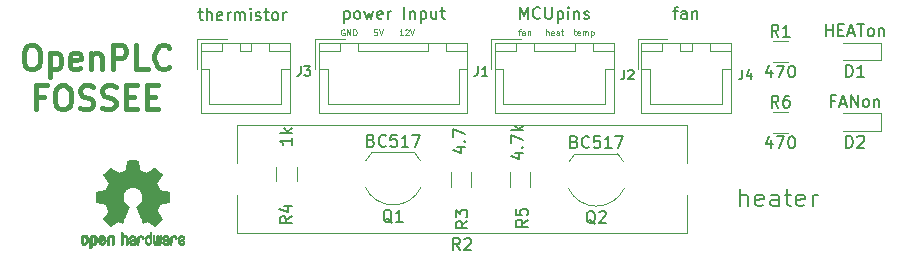
<source format=gbr>
G04 #@! TF.GenerationSoftware,KiCad,Pcbnew,5.0.1*
G04 #@! TF.CreationDate,2019-01-22T15:03:59+05:30*
G04 #@! TF.ProjectId,heater,6865617465722E6B696361645F706362,rev?*
G04 #@! TF.SameCoordinates,Original*
G04 #@! TF.FileFunction,Legend,Top*
G04 #@! TF.FilePolarity,Positive*
%FSLAX46Y46*%
G04 Gerber Fmt 4.6, Leading zero omitted, Abs format (unit mm)*
G04 Created by KiCad (PCBNEW 5.0.1) date Tue 22 Jan 2019 03:03:59 PM IST*
%MOMM*%
%LPD*%
G01*
G04 APERTURE LIST*
%ADD10C,0.200000*%
%ADD11C,0.100000*%
%ADD12C,0.400000*%
%ADD13C,0.120000*%
%ADD14C,0.010000*%
%ADD15C,0.150000*%
%ADD16C,0.140000*%
G04 APERTURE END LIST*
D10*
X174621428Y-98214571D02*
X174621428Y-96714571D01*
X175264285Y-98214571D02*
X175264285Y-97428857D01*
X175192857Y-97286000D01*
X175050000Y-97214571D01*
X174835714Y-97214571D01*
X174692857Y-97286000D01*
X174621428Y-97357428D01*
X176550000Y-98143142D02*
X176407142Y-98214571D01*
X176121428Y-98214571D01*
X175978571Y-98143142D01*
X175907142Y-98000285D01*
X175907142Y-97428857D01*
X175978571Y-97286000D01*
X176121428Y-97214571D01*
X176407142Y-97214571D01*
X176550000Y-97286000D01*
X176621428Y-97428857D01*
X176621428Y-97571714D01*
X175907142Y-97714571D01*
X177907142Y-98214571D02*
X177907142Y-97428857D01*
X177835714Y-97286000D01*
X177692857Y-97214571D01*
X177407142Y-97214571D01*
X177264285Y-97286000D01*
X177907142Y-98143142D02*
X177764285Y-98214571D01*
X177407142Y-98214571D01*
X177264285Y-98143142D01*
X177192857Y-98000285D01*
X177192857Y-97857428D01*
X177264285Y-97714571D01*
X177407142Y-97643142D01*
X177764285Y-97643142D01*
X177907142Y-97571714D01*
X178407142Y-97214571D02*
X178978571Y-97214571D01*
X178621428Y-96714571D02*
X178621428Y-98000285D01*
X178692857Y-98143142D01*
X178835714Y-98214571D01*
X178978571Y-98214571D01*
X180050000Y-98143142D02*
X179907142Y-98214571D01*
X179621428Y-98214571D01*
X179478571Y-98143142D01*
X179407142Y-98000285D01*
X179407142Y-97428857D01*
X179478571Y-97286000D01*
X179621428Y-97214571D01*
X179907142Y-97214571D01*
X180050000Y-97286000D01*
X180121428Y-97428857D01*
X180121428Y-97571714D01*
X179407142Y-97714571D01*
X180764285Y-98214571D02*
X180764285Y-97214571D01*
X180764285Y-97500285D02*
X180835714Y-97357428D01*
X180907142Y-97286000D01*
X181050000Y-97214571D01*
X181192857Y-97214571D01*
D11*
X160530952Y-83392857D02*
X160721428Y-83392857D01*
X160602380Y-83226190D02*
X160602380Y-83654761D01*
X160626190Y-83702380D01*
X160673809Y-83726190D01*
X160721428Y-83726190D01*
X161078571Y-83702380D02*
X161030952Y-83726190D01*
X160935714Y-83726190D01*
X160888095Y-83702380D01*
X160864285Y-83654761D01*
X160864285Y-83464285D01*
X160888095Y-83416666D01*
X160935714Y-83392857D01*
X161030952Y-83392857D01*
X161078571Y-83416666D01*
X161102380Y-83464285D01*
X161102380Y-83511904D01*
X160864285Y-83559523D01*
X161316666Y-83726190D02*
X161316666Y-83392857D01*
X161316666Y-83440476D02*
X161340476Y-83416666D01*
X161388095Y-83392857D01*
X161459523Y-83392857D01*
X161507142Y-83416666D01*
X161530952Y-83464285D01*
X161530952Y-83726190D01*
X161530952Y-83464285D02*
X161554761Y-83416666D01*
X161602380Y-83392857D01*
X161673809Y-83392857D01*
X161721428Y-83416666D01*
X161745238Y-83464285D01*
X161745238Y-83726190D01*
X161983333Y-83392857D02*
X161983333Y-83892857D01*
X161983333Y-83416666D02*
X162030952Y-83392857D01*
X162126190Y-83392857D01*
X162173809Y-83416666D01*
X162197619Y-83440476D01*
X162221428Y-83488095D01*
X162221428Y-83630952D01*
X162197619Y-83678571D01*
X162173809Y-83702380D01*
X162126190Y-83726190D01*
X162030952Y-83726190D01*
X161983333Y-83702380D01*
X141119047Y-83250000D02*
X141071428Y-83226190D01*
X141000000Y-83226190D01*
X140928571Y-83250000D01*
X140880952Y-83297619D01*
X140857142Y-83345238D01*
X140833333Y-83440476D01*
X140833333Y-83511904D01*
X140857142Y-83607142D01*
X140880952Y-83654761D01*
X140928571Y-83702380D01*
X141000000Y-83726190D01*
X141047619Y-83726190D01*
X141119047Y-83702380D01*
X141142857Y-83678571D01*
X141142857Y-83511904D01*
X141047619Y-83511904D01*
X141357142Y-83726190D02*
X141357142Y-83226190D01*
X141642857Y-83726190D01*
X141642857Y-83226190D01*
X141880952Y-83726190D02*
X141880952Y-83226190D01*
X142000000Y-83226190D01*
X142071428Y-83250000D01*
X142119047Y-83297619D01*
X142142857Y-83345238D01*
X142166666Y-83440476D01*
X142166666Y-83511904D01*
X142142857Y-83607142D01*
X142119047Y-83654761D01*
X142071428Y-83702380D01*
X142000000Y-83726190D01*
X141880952Y-83726190D01*
X143904761Y-83226190D02*
X143666666Y-83226190D01*
X143642857Y-83464285D01*
X143666666Y-83440476D01*
X143714285Y-83416666D01*
X143833333Y-83416666D01*
X143880952Y-83440476D01*
X143904761Y-83464285D01*
X143928571Y-83511904D01*
X143928571Y-83630952D01*
X143904761Y-83678571D01*
X143880952Y-83702380D01*
X143833333Y-83726190D01*
X143714285Y-83726190D01*
X143666666Y-83702380D01*
X143642857Y-83678571D01*
X144071428Y-83226190D02*
X144238095Y-83726190D01*
X144404761Y-83226190D01*
X146090476Y-83726190D02*
X145804761Y-83726190D01*
X145947619Y-83726190D02*
X145947619Y-83226190D01*
X145900000Y-83297619D01*
X145852380Y-83345238D01*
X145804761Y-83369047D01*
X146280952Y-83273809D02*
X146304761Y-83250000D01*
X146352380Y-83226190D01*
X146471428Y-83226190D01*
X146519047Y-83250000D01*
X146542857Y-83273809D01*
X146566666Y-83321428D01*
X146566666Y-83369047D01*
X146542857Y-83440476D01*
X146257142Y-83726190D01*
X146566666Y-83726190D01*
X146709523Y-83226190D02*
X146876190Y-83726190D01*
X147042857Y-83226190D01*
X158209523Y-83726190D02*
X158209523Y-83226190D01*
X158423809Y-83726190D02*
X158423809Y-83464285D01*
X158400000Y-83416666D01*
X158352380Y-83392857D01*
X158280952Y-83392857D01*
X158233333Y-83416666D01*
X158209523Y-83440476D01*
X158852380Y-83702380D02*
X158804761Y-83726190D01*
X158709523Y-83726190D01*
X158661904Y-83702380D01*
X158638095Y-83654761D01*
X158638095Y-83464285D01*
X158661904Y-83416666D01*
X158709523Y-83392857D01*
X158804761Y-83392857D01*
X158852380Y-83416666D01*
X158876190Y-83464285D01*
X158876190Y-83511904D01*
X158638095Y-83559523D01*
X159304761Y-83726190D02*
X159304761Y-83464285D01*
X159280952Y-83416666D01*
X159233333Y-83392857D01*
X159138095Y-83392857D01*
X159090476Y-83416666D01*
X159304761Y-83702380D02*
X159257142Y-83726190D01*
X159138095Y-83726190D01*
X159090476Y-83702380D01*
X159066666Y-83654761D01*
X159066666Y-83607142D01*
X159090476Y-83559523D01*
X159138095Y-83535714D01*
X159257142Y-83535714D01*
X159304761Y-83511904D01*
X159471428Y-83392857D02*
X159661904Y-83392857D01*
X159542857Y-83226190D02*
X159542857Y-83654761D01*
X159566666Y-83702380D01*
X159614285Y-83726190D01*
X159661904Y-83726190D01*
X155852380Y-83392857D02*
X156042857Y-83392857D01*
X155923809Y-83726190D02*
X155923809Y-83297619D01*
X155947619Y-83250000D01*
X155995238Y-83226190D01*
X156042857Y-83226190D01*
X156423809Y-83726190D02*
X156423809Y-83464285D01*
X156400000Y-83416666D01*
X156352380Y-83392857D01*
X156257142Y-83392857D01*
X156209523Y-83416666D01*
X156423809Y-83702380D02*
X156376190Y-83726190D01*
X156257142Y-83726190D01*
X156209523Y-83702380D01*
X156185714Y-83654761D01*
X156185714Y-83607142D01*
X156209523Y-83559523D01*
X156257142Y-83535714D01*
X156376190Y-83535714D01*
X156423809Y-83511904D01*
X156661904Y-83392857D02*
X156661904Y-83726190D01*
X156661904Y-83440476D02*
X156685714Y-83416666D01*
X156733333Y-83392857D01*
X156804761Y-83392857D01*
X156852380Y-83416666D01*
X156876190Y-83464285D01*
X156876190Y-83726190D01*
D12*
X114475333Y-84580761D02*
X114856285Y-84580761D01*
X115046761Y-84676000D01*
X115237238Y-84866476D01*
X115332476Y-85247428D01*
X115332476Y-85914095D01*
X115237238Y-86295047D01*
X115046761Y-86485523D01*
X114856285Y-86580761D01*
X114475333Y-86580761D01*
X114284857Y-86485523D01*
X114094380Y-86295047D01*
X113999142Y-85914095D01*
X113999142Y-85247428D01*
X114094380Y-84866476D01*
X114284857Y-84676000D01*
X114475333Y-84580761D01*
X116189619Y-85247428D02*
X116189619Y-87247428D01*
X116189619Y-85342666D02*
X116380095Y-85247428D01*
X116761047Y-85247428D01*
X116951523Y-85342666D01*
X117046761Y-85437904D01*
X117142000Y-85628380D01*
X117142000Y-86199809D01*
X117046761Y-86390285D01*
X116951523Y-86485523D01*
X116761047Y-86580761D01*
X116380095Y-86580761D01*
X116189619Y-86485523D01*
X118761047Y-86485523D02*
X118570571Y-86580761D01*
X118189619Y-86580761D01*
X117999142Y-86485523D01*
X117903904Y-86295047D01*
X117903904Y-85533142D01*
X117999142Y-85342666D01*
X118189619Y-85247428D01*
X118570571Y-85247428D01*
X118761047Y-85342666D01*
X118856285Y-85533142D01*
X118856285Y-85723619D01*
X117903904Y-85914095D01*
X119713428Y-85247428D02*
X119713428Y-86580761D01*
X119713428Y-85437904D02*
X119808666Y-85342666D01*
X119999142Y-85247428D01*
X120284857Y-85247428D01*
X120475333Y-85342666D01*
X120570571Y-85533142D01*
X120570571Y-86580761D01*
X121522952Y-86580761D02*
X121522952Y-84580761D01*
X122284857Y-84580761D01*
X122475333Y-84676000D01*
X122570571Y-84771238D01*
X122665809Y-84961714D01*
X122665809Y-85247428D01*
X122570571Y-85437904D01*
X122475333Y-85533142D01*
X122284857Y-85628380D01*
X121522952Y-85628380D01*
X124475333Y-86580761D02*
X123522952Y-86580761D01*
X123522952Y-84580761D01*
X126284857Y-86390285D02*
X126189619Y-86485523D01*
X125903904Y-86580761D01*
X125713428Y-86580761D01*
X125427714Y-86485523D01*
X125237238Y-86295047D01*
X125142000Y-86104571D01*
X125046761Y-85723619D01*
X125046761Y-85437904D01*
X125142000Y-85056952D01*
X125237238Y-84866476D01*
X125427714Y-84676000D01*
X125713428Y-84580761D01*
X125903904Y-84580761D01*
X126189619Y-84676000D01*
X126284857Y-84771238D01*
X115665809Y-88933142D02*
X114999142Y-88933142D01*
X114999142Y-89980761D02*
X114999142Y-87980761D01*
X115951523Y-87980761D01*
X117094380Y-87980761D02*
X117475333Y-87980761D01*
X117665809Y-88076000D01*
X117856285Y-88266476D01*
X117951523Y-88647428D01*
X117951523Y-89314095D01*
X117856285Y-89695047D01*
X117665809Y-89885523D01*
X117475333Y-89980761D01*
X117094380Y-89980761D01*
X116903904Y-89885523D01*
X116713428Y-89695047D01*
X116618190Y-89314095D01*
X116618190Y-88647428D01*
X116713428Y-88266476D01*
X116903904Y-88076000D01*
X117094380Y-87980761D01*
X118713428Y-89885523D02*
X118999142Y-89980761D01*
X119475333Y-89980761D01*
X119665809Y-89885523D01*
X119761047Y-89790285D01*
X119856285Y-89599809D01*
X119856285Y-89409333D01*
X119761047Y-89218857D01*
X119665809Y-89123619D01*
X119475333Y-89028380D01*
X119094380Y-88933142D01*
X118903904Y-88837904D01*
X118808666Y-88742666D01*
X118713428Y-88552190D01*
X118713428Y-88361714D01*
X118808666Y-88171238D01*
X118903904Y-88076000D01*
X119094380Y-87980761D01*
X119570571Y-87980761D01*
X119856285Y-88076000D01*
X120618190Y-89885523D02*
X120903904Y-89980761D01*
X121380095Y-89980761D01*
X121570571Y-89885523D01*
X121665809Y-89790285D01*
X121761047Y-89599809D01*
X121761047Y-89409333D01*
X121665809Y-89218857D01*
X121570571Y-89123619D01*
X121380095Y-89028380D01*
X120999142Y-88933142D01*
X120808666Y-88837904D01*
X120713428Y-88742666D01*
X120618190Y-88552190D01*
X120618190Y-88361714D01*
X120713428Y-88171238D01*
X120808666Y-88076000D01*
X120999142Y-87980761D01*
X121475333Y-87980761D01*
X121761047Y-88076000D01*
X122618190Y-88933142D02*
X123284857Y-88933142D01*
X123570571Y-89980761D02*
X122618190Y-89980761D01*
X122618190Y-87980761D01*
X123570571Y-87980761D01*
X124427714Y-88933142D02*
X125094380Y-88933142D01*
X125380095Y-89980761D02*
X124427714Y-89980761D01*
X124427714Y-87980761D01*
X125380095Y-87980761D01*
D13*
G04 #@! TO.C,R2*
X132020000Y-91340000D02*
X132020000Y-94520000D01*
X170140000Y-91340000D02*
X132020000Y-91340000D01*
X170140000Y-94520000D02*
X170140000Y-91340000D01*
X132020000Y-100460000D02*
X132020000Y-97280000D01*
X170140000Y-100460000D02*
X132020000Y-100460000D01*
X170140000Y-97280000D02*
X170140000Y-100460000D01*
G04 #@! TO.C,R6*
X178650000Y-91980000D02*
X177450000Y-91980000D01*
X177450000Y-90220000D02*
X178650000Y-90220000D01*
G04 #@! TO.C,D2*
X183350000Y-90350000D02*
X186550000Y-90350000D01*
X186550000Y-91850000D02*
X183350000Y-91850000D01*
X186550000Y-91850000D02*
X186550000Y-90350000D01*
G04 #@! TO.C,D1*
X186550000Y-85850000D02*
X186550000Y-84350000D01*
X186550000Y-85850000D02*
X183350000Y-85850000D01*
X183350000Y-84350000D02*
X186550000Y-84350000D01*
G04 #@! TO.C,R1*
X177450000Y-84220000D02*
X178650000Y-84220000D01*
X178650000Y-85980000D02*
X177450000Y-85980000D01*
G04 #@! TO.C,J1*
X138650000Y-84050000D02*
X138650000Y-86550000D01*
X141150000Y-84050000D02*
X138650000Y-84050000D01*
X150800000Y-89550000D02*
X145250000Y-89550000D01*
X150800000Y-86600000D02*
X150800000Y-89550000D01*
X151550000Y-86600000D02*
X150800000Y-86600000D01*
X139700000Y-89550000D02*
X145250000Y-89550000D01*
X139700000Y-86600000D02*
X139700000Y-89550000D01*
X138950000Y-86600000D02*
X139700000Y-86600000D01*
X151550000Y-84350000D02*
X149750000Y-84350000D01*
X151550000Y-85100000D02*
X151550000Y-84350000D01*
X149750000Y-85100000D02*
X151550000Y-85100000D01*
X149750000Y-84350000D02*
X149750000Y-85100000D01*
X140750000Y-84350000D02*
X138950000Y-84350000D01*
X140750000Y-85100000D02*
X140750000Y-84350000D01*
X138950000Y-85100000D02*
X140750000Y-85100000D01*
X138950000Y-84350000D02*
X138950000Y-85100000D01*
X148250000Y-84350000D02*
X142250000Y-84350000D01*
X148250000Y-85100000D02*
X148250000Y-84350000D01*
X142250000Y-85100000D02*
X148250000Y-85100000D01*
X142250000Y-84350000D02*
X142250000Y-85100000D01*
X151550000Y-84350000D02*
X138950000Y-84350000D01*
X151550000Y-90300000D02*
X151550000Y-84350000D01*
X138950000Y-90300000D02*
X151550000Y-90300000D01*
X138950000Y-84350000D02*
X138950000Y-90300000D01*
G04 #@! TO.C,J2*
X153550000Y-84050000D02*
X153550000Y-86550000D01*
X156050000Y-84050000D02*
X153550000Y-84050000D01*
X163200000Y-89550000D02*
X158900000Y-89550000D01*
X163200000Y-86600000D02*
X163200000Y-89550000D01*
X163950000Y-86600000D02*
X163200000Y-86600000D01*
X154600000Y-89550000D02*
X158900000Y-89550000D01*
X154600000Y-86600000D02*
X154600000Y-89550000D01*
X153850000Y-86600000D02*
X154600000Y-86600000D01*
X163950000Y-84350000D02*
X162150000Y-84350000D01*
X163950000Y-85100000D02*
X163950000Y-84350000D01*
X162150000Y-85100000D02*
X163950000Y-85100000D01*
X162150000Y-84350000D02*
X162150000Y-85100000D01*
X155650000Y-84350000D02*
X153850000Y-84350000D01*
X155650000Y-85100000D02*
X155650000Y-84350000D01*
X153850000Y-85100000D02*
X155650000Y-85100000D01*
X153850000Y-84350000D02*
X153850000Y-85100000D01*
X160650000Y-84350000D02*
X157150000Y-84350000D01*
X160650000Y-85100000D02*
X160650000Y-84350000D01*
X157150000Y-85100000D02*
X160650000Y-85100000D01*
X157150000Y-84350000D02*
X157150000Y-85100000D01*
X163950000Y-84350000D02*
X153850000Y-84350000D01*
X163950000Y-90300000D02*
X163950000Y-84350000D01*
X153850000Y-90300000D02*
X163950000Y-90300000D01*
X153850000Y-84350000D02*
X153850000Y-90300000D01*
G04 #@! TO.C,J4*
X165950000Y-84050000D02*
X165950000Y-86550000D01*
X168450000Y-84050000D02*
X165950000Y-84050000D01*
X173100000Y-89550000D02*
X170050000Y-89550000D01*
X173100000Y-86600000D02*
X173100000Y-89550000D01*
X173850000Y-86600000D02*
X173100000Y-86600000D01*
X167000000Y-89550000D02*
X170050000Y-89550000D01*
X167000000Y-86600000D02*
X167000000Y-89550000D01*
X166250000Y-86600000D02*
X167000000Y-86600000D01*
X173850000Y-84350000D02*
X172050000Y-84350000D01*
X173850000Y-85100000D02*
X173850000Y-84350000D01*
X172050000Y-85100000D02*
X173850000Y-85100000D01*
X172050000Y-84350000D02*
X172050000Y-85100000D01*
X168050000Y-84350000D02*
X166250000Y-84350000D01*
X168050000Y-85100000D02*
X168050000Y-84350000D01*
X166250000Y-85100000D02*
X168050000Y-85100000D01*
X166250000Y-84350000D02*
X166250000Y-85100000D01*
X170550000Y-84350000D02*
X169550000Y-84350000D01*
X170550000Y-85100000D02*
X170550000Y-84350000D01*
X169550000Y-85100000D02*
X170550000Y-85100000D01*
X169550000Y-84350000D02*
X169550000Y-85100000D01*
X173850000Y-84350000D02*
X166250000Y-84350000D01*
X173850000Y-90300000D02*
X173850000Y-84350000D01*
X166250000Y-90300000D02*
X173850000Y-90300000D01*
X166250000Y-84350000D02*
X166250000Y-90300000D01*
G04 #@! TO.C,R5*
X155120000Y-96550000D02*
X155120000Y-95350000D01*
X156880000Y-95350000D02*
X156880000Y-96550000D01*
G04 #@! TO.C,Q2*
X160135817Y-94477205D02*
G75*
G02X160660001Y-93750000I2324184J-1122795D01*
G01*
X160103601Y-96698807D02*
G75*
G03X162460001Y-98200000I2356400J1098807D01*
G01*
X164816401Y-96698807D02*
G75*
G02X162460001Y-98200000I-2356400J1098807D01*
G01*
X164784185Y-94477205D02*
G75*
G03X164260001Y-93750000I-2324184J-1122795D01*
G01*
X164260001Y-93750000D02*
X160660001Y-93750000D01*
G04 #@! TO.C,J3*
X128950000Y-84350000D02*
X128950000Y-90300000D01*
X128950000Y-90300000D02*
X136550000Y-90300000D01*
X136550000Y-90300000D02*
X136550000Y-84350000D01*
X136550000Y-84350000D02*
X128950000Y-84350000D01*
X132250000Y-84349999D02*
X132250001Y-85100000D01*
X132250001Y-85100000D02*
X133249999Y-85100000D01*
X133249999Y-85100000D02*
X133249999Y-84350000D01*
X133249999Y-84350000D02*
X132250000Y-84349999D01*
X128950000Y-84350000D02*
X128950000Y-85100000D01*
X128950000Y-85100000D02*
X130749999Y-85100000D01*
X130749999Y-85100000D02*
X130750000Y-84349999D01*
X130750000Y-84349999D02*
X128950000Y-84350000D01*
X134750000Y-84349999D02*
X134750001Y-85100000D01*
X134750001Y-85100000D02*
X136550000Y-85100000D01*
X136550000Y-85100000D02*
X136550000Y-84350000D01*
X136550000Y-84350000D02*
X134750000Y-84349999D01*
X128950000Y-86600000D02*
X129700000Y-86600000D01*
X129700000Y-86600000D02*
X129700000Y-89550000D01*
X129700000Y-89550000D02*
X132750000Y-89550000D01*
X136550000Y-86600000D02*
X135800000Y-86600000D01*
X135800000Y-86600000D02*
X135800000Y-89550000D01*
X135800000Y-89550000D02*
X132750000Y-89550000D01*
X131150000Y-84050000D02*
X128650000Y-84050000D01*
X128650000Y-84050000D02*
X128650000Y-86550000D01*
G04 #@! TO.C,Q1*
X142935816Y-94377205D02*
G75*
G02X143460000Y-93650000I2324184J-1122795D01*
G01*
X142903600Y-96598807D02*
G75*
G03X145260000Y-98100000I2356400J1098807D01*
G01*
X147616400Y-96598807D02*
G75*
G02X145260000Y-98100000I-2356400J1098807D01*
G01*
X147584184Y-94377205D02*
G75*
G03X147060000Y-93650000I-2324184J-1122795D01*
G01*
X147060000Y-93650000D02*
X143460000Y-93650000D01*
G04 #@! TO.C,R3*
X151880000Y-95350000D02*
X151880000Y-96550000D01*
X150120000Y-96550000D02*
X150120000Y-95350000D01*
G04 #@! TO.C,R4*
X137130000Y-94900000D02*
X137130000Y-96100000D01*
X135370000Y-96100000D02*
X135370000Y-94900000D01*
D14*
G04 #@! TO.C,REF\002A\002A\002A*
G36*
X119958886Y-100628505D02*
X120033539Y-100665727D01*
X120099431Y-100734261D01*
X120117577Y-100759648D01*
X120137345Y-100792866D01*
X120150172Y-100828945D01*
X120157510Y-100877098D01*
X120160813Y-100946536D01*
X120161538Y-101038206D01*
X120158263Y-101163830D01*
X120146877Y-101258154D01*
X120125041Y-101328523D01*
X120090419Y-101382286D01*
X120040670Y-101426788D01*
X120037014Y-101429423D01*
X119987985Y-101456377D01*
X119928945Y-101469712D01*
X119853859Y-101473000D01*
X119731795Y-101473000D01*
X119731744Y-101591497D01*
X119730608Y-101657492D01*
X119723686Y-101696202D01*
X119705598Y-101719419D01*
X119670962Y-101738933D01*
X119662645Y-101742920D01*
X119623720Y-101761603D01*
X119593583Y-101773403D01*
X119571174Y-101774422D01*
X119555433Y-101760761D01*
X119545302Y-101728522D01*
X119539723Y-101673804D01*
X119537635Y-101592711D01*
X119537981Y-101481344D01*
X119539700Y-101335802D01*
X119540237Y-101292269D01*
X119542172Y-101142205D01*
X119543904Y-101044042D01*
X119731692Y-101044042D01*
X119732748Y-101127364D01*
X119737438Y-101181880D01*
X119748051Y-101217837D01*
X119766872Y-101245482D01*
X119779650Y-101258965D01*
X119831890Y-101298417D01*
X119878142Y-101301628D01*
X119925867Y-101269049D01*
X119927077Y-101267846D01*
X119946494Y-101242668D01*
X119958307Y-101208447D01*
X119964265Y-101155748D01*
X119966120Y-101075131D01*
X119966154Y-101057271D01*
X119961670Y-100946175D01*
X119947074Y-100869161D01*
X119920650Y-100822147D01*
X119880683Y-100801050D01*
X119857584Y-100798923D01*
X119802762Y-100808900D01*
X119765158Y-100841752D01*
X119742523Y-100901857D01*
X119732606Y-100993598D01*
X119731692Y-101044042D01*
X119543904Y-101044042D01*
X119544222Y-101026060D01*
X119546873Y-100938679D01*
X119550606Y-100874905D01*
X119555907Y-100829582D01*
X119563258Y-100797555D01*
X119573143Y-100773668D01*
X119586046Y-100752764D01*
X119591579Y-100744898D01*
X119664969Y-100670595D01*
X119757760Y-100628467D01*
X119865096Y-100616722D01*
X119958886Y-100628505D01*
X119958886Y-100628505D01*
G37*
X119958886Y-100628505D02*
X120033539Y-100665727D01*
X120099431Y-100734261D01*
X120117577Y-100759648D01*
X120137345Y-100792866D01*
X120150172Y-100828945D01*
X120157510Y-100877098D01*
X120160813Y-100946536D01*
X120161538Y-101038206D01*
X120158263Y-101163830D01*
X120146877Y-101258154D01*
X120125041Y-101328523D01*
X120090419Y-101382286D01*
X120040670Y-101426788D01*
X120037014Y-101429423D01*
X119987985Y-101456377D01*
X119928945Y-101469712D01*
X119853859Y-101473000D01*
X119731795Y-101473000D01*
X119731744Y-101591497D01*
X119730608Y-101657492D01*
X119723686Y-101696202D01*
X119705598Y-101719419D01*
X119670962Y-101738933D01*
X119662645Y-101742920D01*
X119623720Y-101761603D01*
X119593583Y-101773403D01*
X119571174Y-101774422D01*
X119555433Y-101760761D01*
X119545302Y-101728522D01*
X119539723Y-101673804D01*
X119537635Y-101592711D01*
X119537981Y-101481344D01*
X119539700Y-101335802D01*
X119540237Y-101292269D01*
X119542172Y-101142205D01*
X119543904Y-101044042D01*
X119731692Y-101044042D01*
X119732748Y-101127364D01*
X119737438Y-101181880D01*
X119748051Y-101217837D01*
X119766872Y-101245482D01*
X119779650Y-101258965D01*
X119831890Y-101298417D01*
X119878142Y-101301628D01*
X119925867Y-101269049D01*
X119927077Y-101267846D01*
X119946494Y-101242668D01*
X119958307Y-101208447D01*
X119964265Y-101155748D01*
X119966120Y-101075131D01*
X119966154Y-101057271D01*
X119961670Y-100946175D01*
X119947074Y-100869161D01*
X119920650Y-100822147D01*
X119880683Y-100801050D01*
X119857584Y-100798923D01*
X119802762Y-100808900D01*
X119765158Y-100841752D01*
X119742523Y-100901857D01*
X119732606Y-100993598D01*
X119731692Y-101044042D01*
X119543904Y-101044042D01*
X119544222Y-101026060D01*
X119546873Y-100938679D01*
X119550606Y-100874905D01*
X119555907Y-100829582D01*
X119563258Y-100797555D01*
X119573143Y-100773668D01*
X119586046Y-100752764D01*
X119591579Y-100744898D01*
X119664969Y-100670595D01*
X119757760Y-100628467D01*
X119865096Y-100616722D01*
X119958886Y-100628505D01*
G36*
X121461664Y-100639089D02*
X121524367Y-100675358D01*
X121567961Y-100711358D01*
X121599845Y-100749075D01*
X121621810Y-100795199D01*
X121635649Y-100856421D01*
X121643153Y-100939431D01*
X121646117Y-101050919D01*
X121646461Y-101131062D01*
X121646461Y-101426065D01*
X121480385Y-101500515D01*
X121470615Y-101177402D01*
X121466579Y-101056729D01*
X121462344Y-100969141D01*
X121457097Y-100908650D01*
X121450025Y-100869268D01*
X121440311Y-100845007D01*
X121427144Y-100829880D01*
X121422919Y-100826606D01*
X121358909Y-100801034D01*
X121294208Y-100811153D01*
X121255692Y-100838000D01*
X121240025Y-100857024D01*
X121229180Y-100881988D01*
X121222288Y-100919834D01*
X121218479Y-100977502D01*
X121216883Y-101061935D01*
X121216615Y-101149928D01*
X121216563Y-101260323D01*
X121214672Y-101338463D01*
X121208345Y-101391165D01*
X121194983Y-101425242D01*
X121171985Y-101447511D01*
X121136754Y-101464787D01*
X121089697Y-101482738D01*
X121038303Y-101502278D01*
X121044421Y-101155485D01*
X121046884Y-101030468D01*
X121049767Y-100938082D01*
X121053898Y-100871881D01*
X121060107Y-100825420D01*
X121069226Y-100792256D01*
X121082083Y-100765944D01*
X121097584Y-100742729D01*
X121172371Y-100668569D01*
X121263628Y-100625684D01*
X121362883Y-100615412D01*
X121461664Y-100639089D01*
X121461664Y-100639089D01*
G37*
X121461664Y-100639089D02*
X121524367Y-100675358D01*
X121567961Y-100711358D01*
X121599845Y-100749075D01*
X121621810Y-100795199D01*
X121635649Y-100856421D01*
X121643153Y-100939431D01*
X121646117Y-101050919D01*
X121646461Y-101131062D01*
X121646461Y-101426065D01*
X121480385Y-101500515D01*
X121470615Y-101177402D01*
X121466579Y-101056729D01*
X121462344Y-100969141D01*
X121457097Y-100908650D01*
X121450025Y-100869268D01*
X121440311Y-100845007D01*
X121427144Y-100829880D01*
X121422919Y-100826606D01*
X121358909Y-100801034D01*
X121294208Y-100811153D01*
X121255692Y-100838000D01*
X121240025Y-100857024D01*
X121229180Y-100881988D01*
X121222288Y-100919834D01*
X121218479Y-100977502D01*
X121216883Y-101061935D01*
X121216615Y-101149928D01*
X121216563Y-101260323D01*
X121214672Y-101338463D01*
X121208345Y-101391165D01*
X121194983Y-101425242D01*
X121171985Y-101447511D01*
X121136754Y-101464787D01*
X121089697Y-101482738D01*
X121038303Y-101502278D01*
X121044421Y-101155485D01*
X121046884Y-101030468D01*
X121049767Y-100938082D01*
X121053898Y-100871881D01*
X121060107Y-100825420D01*
X121069226Y-100792256D01*
X121082083Y-100765944D01*
X121097584Y-100742729D01*
X121172371Y-100668569D01*
X121263628Y-100625684D01*
X121362883Y-100615412D01*
X121461664Y-100639089D01*
G36*
X119206886Y-100631256D02*
X119298464Y-100679409D01*
X119366049Y-100756905D01*
X119390057Y-100806727D01*
X119408738Y-100881533D01*
X119418301Y-100976052D01*
X119419208Y-101079210D01*
X119411921Y-101179935D01*
X119396903Y-101267153D01*
X119374615Y-101329791D01*
X119367765Y-101340579D01*
X119286632Y-101421105D01*
X119190266Y-101469336D01*
X119085701Y-101483450D01*
X118979968Y-101461629D01*
X118950543Y-101448547D01*
X118893241Y-101408231D01*
X118842950Y-101354775D01*
X118838197Y-101347995D01*
X118818878Y-101315321D01*
X118806108Y-101280394D01*
X118798564Y-101234414D01*
X118794924Y-101168584D01*
X118793865Y-101074105D01*
X118793846Y-101052923D01*
X118793894Y-101046182D01*
X118989231Y-101046182D01*
X118990368Y-101135349D01*
X118994841Y-101194520D01*
X119004246Y-101232741D01*
X119020176Y-101259053D01*
X119028308Y-101267846D01*
X119075058Y-101301261D01*
X119120447Y-101299737D01*
X119166340Y-101270752D01*
X119193712Y-101239809D01*
X119209923Y-101194643D01*
X119219026Y-101123420D01*
X119219651Y-101115114D01*
X119221204Y-100986037D01*
X119204965Y-100890172D01*
X119171152Y-100828107D01*
X119119984Y-100800432D01*
X119101720Y-100798923D01*
X119053760Y-100806513D01*
X119020953Y-100832808D01*
X119000895Y-100883095D01*
X118991178Y-100962664D01*
X118989231Y-101046182D01*
X118793894Y-101046182D01*
X118794574Y-100952249D01*
X118797629Y-100881906D01*
X118804322Y-100833163D01*
X118815960Y-100797288D01*
X118833853Y-100765548D01*
X118837808Y-100759648D01*
X118904267Y-100680104D01*
X118976685Y-100633929D01*
X119064849Y-100615599D01*
X119094787Y-100614703D01*
X119206886Y-100631256D01*
X119206886Y-100631256D01*
G37*
X119206886Y-100631256D02*
X119298464Y-100679409D01*
X119366049Y-100756905D01*
X119390057Y-100806727D01*
X119408738Y-100881533D01*
X119418301Y-100976052D01*
X119419208Y-101079210D01*
X119411921Y-101179935D01*
X119396903Y-101267153D01*
X119374615Y-101329791D01*
X119367765Y-101340579D01*
X119286632Y-101421105D01*
X119190266Y-101469336D01*
X119085701Y-101483450D01*
X118979968Y-101461629D01*
X118950543Y-101448547D01*
X118893241Y-101408231D01*
X118842950Y-101354775D01*
X118838197Y-101347995D01*
X118818878Y-101315321D01*
X118806108Y-101280394D01*
X118798564Y-101234414D01*
X118794924Y-101168584D01*
X118793865Y-101074105D01*
X118793846Y-101052923D01*
X118793894Y-101046182D01*
X118989231Y-101046182D01*
X118990368Y-101135349D01*
X118994841Y-101194520D01*
X119004246Y-101232741D01*
X119020176Y-101259053D01*
X119028308Y-101267846D01*
X119075058Y-101301261D01*
X119120447Y-101299737D01*
X119166340Y-101270752D01*
X119193712Y-101239809D01*
X119209923Y-101194643D01*
X119219026Y-101123420D01*
X119219651Y-101115114D01*
X119221204Y-100986037D01*
X119204965Y-100890172D01*
X119171152Y-100828107D01*
X119119984Y-100800432D01*
X119101720Y-100798923D01*
X119053760Y-100806513D01*
X119020953Y-100832808D01*
X119000895Y-100883095D01*
X118991178Y-100962664D01*
X118989231Y-101046182D01*
X118793894Y-101046182D01*
X118794574Y-100952249D01*
X118797629Y-100881906D01*
X118804322Y-100833163D01*
X118815960Y-100797288D01*
X118833853Y-100765548D01*
X118837808Y-100759648D01*
X118904267Y-100680104D01*
X118976685Y-100633929D01*
X119064849Y-100615599D01*
X119094787Y-100614703D01*
X119206886Y-100631256D01*
G36*
X120724254Y-100643745D02*
X120801286Y-100695567D01*
X120860816Y-100770412D01*
X120896378Y-100865654D01*
X120903571Y-100935756D01*
X120902754Y-100965009D01*
X120895914Y-100987407D01*
X120877112Y-101007474D01*
X120840408Y-101029733D01*
X120779862Y-101058709D01*
X120689534Y-101098927D01*
X120689077Y-101099129D01*
X120605933Y-101137210D01*
X120537753Y-101171025D01*
X120491505Y-101196933D01*
X120474158Y-101211295D01*
X120474154Y-101211411D01*
X120489443Y-101242685D01*
X120525196Y-101277157D01*
X120566242Y-101301990D01*
X120587037Y-101306923D01*
X120643770Y-101289862D01*
X120692627Y-101247133D01*
X120716465Y-101200155D01*
X120739397Y-101165522D01*
X120784318Y-101126081D01*
X120837123Y-101092009D01*
X120883710Y-101073480D01*
X120893452Y-101072462D01*
X120904418Y-101089215D01*
X120905079Y-101132039D01*
X120897020Y-101189781D01*
X120881827Y-101251289D01*
X120861086Y-101305409D01*
X120860038Y-101307510D01*
X120797621Y-101394660D01*
X120716726Y-101453939D01*
X120624856Y-101483034D01*
X120529513Y-101479634D01*
X120438198Y-101441428D01*
X120434138Y-101438741D01*
X120362306Y-101373642D01*
X120315073Y-101288705D01*
X120288934Y-101177021D01*
X120285426Y-101145643D01*
X120279213Y-100997536D01*
X120286661Y-100928468D01*
X120474154Y-100928468D01*
X120476590Y-100971552D01*
X120489914Y-100984126D01*
X120523132Y-100974719D01*
X120575494Y-100952483D01*
X120634024Y-100924610D01*
X120635479Y-100923872D01*
X120685089Y-100897777D01*
X120705000Y-100880363D01*
X120700090Y-100862107D01*
X120679416Y-100838120D01*
X120626819Y-100803406D01*
X120570177Y-100800856D01*
X120519369Y-100826119D01*
X120484276Y-100874847D01*
X120474154Y-100928468D01*
X120286661Y-100928468D01*
X120291992Y-100879036D01*
X120324778Y-100785055D01*
X120370421Y-100719215D01*
X120452802Y-100652681D01*
X120543546Y-100619676D01*
X120636185Y-100617573D01*
X120724254Y-100643745D01*
X120724254Y-100643745D01*
G37*
X120724254Y-100643745D02*
X120801286Y-100695567D01*
X120860816Y-100770412D01*
X120896378Y-100865654D01*
X120903571Y-100935756D01*
X120902754Y-100965009D01*
X120895914Y-100987407D01*
X120877112Y-101007474D01*
X120840408Y-101029733D01*
X120779862Y-101058709D01*
X120689534Y-101098927D01*
X120689077Y-101099129D01*
X120605933Y-101137210D01*
X120537753Y-101171025D01*
X120491505Y-101196933D01*
X120474158Y-101211295D01*
X120474154Y-101211411D01*
X120489443Y-101242685D01*
X120525196Y-101277157D01*
X120566242Y-101301990D01*
X120587037Y-101306923D01*
X120643770Y-101289862D01*
X120692627Y-101247133D01*
X120716465Y-101200155D01*
X120739397Y-101165522D01*
X120784318Y-101126081D01*
X120837123Y-101092009D01*
X120883710Y-101073480D01*
X120893452Y-101072462D01*
X120904418Y-101089215D01*
X120905079Y-101132039D01*
X120897020Y-101189781D01*
X120881827Y-101251289D01*
X120861086Y-101305409D01*
X120860038Y-101307510D01*
X120797621Y-101394660D01*
X120716726Y-101453939D01*
X120624856Y-101483034D01*
X120529513Y-101479634D01*
X120438198Y-101441428D01*
X120434138Y-101438741D01*
X120362306Y-101373642D01*
X120315073Y-101288705D01*
X120288934Y-101177021D01*
X120285426Y-101145643D01*
X120279213Y-100997536D01*
X120286661Y-100928468D01*
X120474154Y-100928468D01*
X120476590Y-100971552D01*
X120489914Y-100984126D01*
X120523132Y-100974719D01*
X120575494Y-100952483D01*
X120634024Y-100924610D01*
X120635479Y-100923872D01*
X120685089Y-100897777D01*
X120705000Y-100880363D01*
X120700090Y-100862107D01*
X120679416Y-100838120D01*
X120626819Y-100803406D01*
X120570177Y-100800856D01*
X120519369Y-100826119D01*
X120484276Y-100874847D01*
X120474154Y-100928468D01*
X120286661Y-100928468D01*
X120291992Y-100879036D01*
X120324778Y-100785055D01*
X120370421Y-100719215D01*
X120452802Y-100652681D01*
X120543546Y-100619676D01*
X120636185Y-100617573D01*
X120724254Y-100643745D01*
G36*
X122349846Y-100536120D02*
X122355572Y-100615980D01*
X122362149Y-100663039D01*
X122371262Y-100683566D01*
X122384598Y-100683829D01*
X122388923Y-100681378D01*
X122446444Y-100663636D01*
X122521268Y-100664672D01*
X122597339Y-100682910D01*
X122644918Y-100706505D01*
X122693702Y-100744198D01*
X122729364Y-100786855D01*
X122753845Y-100841057D01*
X122769087Y-100913384D01*
X122777030Y-101010419D01*
X122779616Y-101138742D01*
X122779662Y-101163358D01*
X122779692Y-101439870D01*
X122718161Y-101461320D01*
X122674459Y-101475912D01*
X122650482Y-101482706D01*
X122649777Y-101482769D01*
X122647415Y-101464345D01*
X122645406Y-101413526D01*
X122643901Y-101336993D01*
X122643053Y-101241430D01*
X122642923Y-101183329D01*
X122642651Y-101068771D01*
X122641252Y-100986667D01*
X122637849Y-100930393D01*
X122631567Y-100893326D01*
X122621529Y-100868844D01*
X122606861Y-100850325D01*
X122597702Y-100841406D01*
X122534789Y-100805466D01*
X122466136Y-100802775D01*
X122403848Y-100833170D01*
X122392329Y-100844144D01*
X122375433Y-100864779D01*
X122363714Y-100889256D01*
X122356233Y-100924647D01*
X122352054Y-100978026D01*
X122350237Y-101056466D01*
X122349846Y-101164617D01*
X122349846Y-101439870D01*
X122288315Y-101461320D01*
X122244613Y-101475912D01*
X122220636Y-101482706D01*
X122219930Y-101482769D01*
X122218126Y-101464069D01*
X122216500Y-101411322D01*
X122215117Y-101329557D01*
X122214042Y-101223805D01*
X122213340Y-101099094D01*
X122213077Y-100960455D01*
X122213077Y-100425806D01*
X122340077Y-100372236D01*
X122349846Y-100536120D01*
X122349846Y-100536120D01*
G37*
X122349846Y-100536120D02*
X122355572Y-100615980D01*
X122362149Y-100663039D01*
X122371262Y-100683566D01*
X122384598Y-100683829D01*
X122388923Y-100681378D01*
X122446444Y-100663636D01*
X122521268Y-100664672D01*
X122597339Y-100682910D01*
X122644918Y-100706505D01*
X122693702Y-100744198D01*
X122729364Y-100786855D01*
X122753845Y-100841057D01*
X122769087Y-100913384D01*
X122777030Y-101010419D01*
X122779616Y-101138742D01*
X122779662Y-101163358D01*
X122779692Y-101439870D01*
X122718161Y-101461320D01*
X122674459Y-101475912D01*
X122650482Y-101482706D01*
X122649777Y-101482769D01*
X122647415Y-101464345D01*
X122645406Y-101413526D01*
X122643901Y-101336993D01*
X122643053Y-101241430D01*
X122642923Y-101183329D01*
X122642651Y-101068771D01*
X122641252Y-100986667D01*
X122637849Y-100930393D01*
X122631567Y-100893326D01*
X122621529Y-100868844D01*
X122606861Y-100850325D01*
X122597702Y-100841406D01*
X122534789Y-100805466D01*
X122466136Y-100802775D01*
X122403848Y-100833170D01*
X122392329Y-100844144D01*
X122375433Y-100864779D01*
X122363714Y-100889256D01*
X122356233Y-100924647D01*
X122352054Y-100978026D01*
X122350237Y-101056466D01*
X122349846Y-101164617D01*
X122349846Y-101439870D01*
X122288315Y-101461320D01*
X122244613Y-101475912D01*
X122220636Y-101482706D01*
X122219930Y-101482769D01*
X122218126Y-101464069D01*
X122216500Y-101411322D01*
X122215117Y-101329557D01*
X122214042Y-101223805D01*
X122213340Y-101099094D01*
X122213077Y-100960455D01*
X122213077Y-100425806D01*
X122340077Y-100372236D01*
X122349846Y-100536120D01*
G36*
X123243501Y-100670303D02*
X123320060Y-100698733D01*
X123320936Y-100699279D01*
X123368285Y-100734127D01*
X123403241Y-100774852D01*
X123427825Y-100827925D01*
X123444062Y-100899814D01*
X123453975Y-100996992D01*
X123459586Y-101125928D01*
X123460077Y-101144298D01*
X123467141Y-101421287D01*
X123407695Y-101452028D01*
X123364681Y-101472802D01*
X123338710Y-101482646D01*
X123337509Y-101482769D01*
X123333014Y-101464606D01*
X123329444Y-101415612D01*
X123327248Y-101344031D01*
X123326769Y-101286068D01*
X123326758Y-101192170D01*
X123322466Y-101133203D01*
X123307503Y-101105079D01*
X123275482Y-101103706D01*
X123220014Y-101124998D01*
X123136269Y-101164136D01*
X123074689Y-101196643D01*
X123043017Y-101224845D01*
X123033706Y-101255582D01*
X123033692Y-101257104D01*
X123049057Y-101310054D01*
X123094547Y-101338660D01*
X123164166Y-101342803D01*
X123214313Y-101342084D01*
X123240754Y-101356527D01*
X123257243Y-101391218D01*
X123266733Y-101435416D01*
X123253057Y-101460493D01*
X123247907Y-101464082D01*
X123199425Y-101478496D01*
X123131531Y-101480537D01*
X123061612Y-101470983D01*
X123012068Y-101453522D01*
X122943570Y-101395364D01*
X122904634Y-101314408D01*
X122896923Y-101251160D01*
X122902807Y-101194111D01*
X122924101Y-101147542D01*
X122966265Y-101106181D01*
X123034759Y-101064755D01*
X123135044Y-101017993D01*
X123141154Y-101015350D01*
X123231490Y-100973617D01*
X123287235Y-100939391D01*
X123311129Y-100908635D01*
X123305913Y-100877311D01*
X123274328Y-100841383D01*
X123264883Y-100833116D01*
X123201617Y-100801058D01*
X123136064Y-100802407D01*
X123078972Y-100833838D01*
X123041093Y-100892024D01*
X123037574Y-100903446D01*
X123003300Y-100958837D01*
X122959809Y-100985518D01*
X122896923Y-101011960D01*
X122896923Y-100943548D01*
X122916052Y-100844110D01*
X122972831Y-100752902D01*
X123002378Y-100722389D01*
X123069542Y-100683228D01*
X123154956Y-100665500D01*
X123243501Y-100670303D01*
X123243501Y-100670303D01*
G37*
X123243501Y-100670303D02*
X123320060Y-100698733D01*
X123320936Y-100699279D01*
X123368285Y-100734127D01*
X123403241Y-100774852D01*
X123427825Y-100827925D01*
X123444062Y-100899814D01*
X123453975Y-100996992D01*
X123459586Y-101125928D01*
X123460077Y-101144298D01*
X123467141Y-101421287D01*
X123407695Y-101452028D01*
X123364681Y-101472802D01*
X123338710Y-101482646D01*
X123337509Y-101482769D01*
X123333014Y-101464606D01*
X123329444Y-101415612D01*
X123327248Y-101344031D01*
X123326769Y-101286068D01*
X123326758Y-101192170D01*
X123322466Y-101133203D01*
X123307503Y-101105079D01*
X123275482Y-101103706D01*
X123220014Y-101124998D01*
X123136269Y-101164136D01*
X123074689Y-101196643D01*
X123043017Y-101224845D01*
X123033706Y-101255582D01*
X123033692Y-101257104D01*
X123049057Y-101310054D01*
X123094547Y-101338660D01*
X123164166Y-101342803D01*
X123214313Y-101342084D01*
X123240754Y-101356527D01*
X123257243Y-101391218D01*
X123266733Y-101435416D01*
X123253057Y-101460493D01*
X123247907Y-101464082D01*
X123199425Y-101478496D01*
X123131531Y-101480537D01*
X123061612Y-101470983D01*
X123012068Y-101453522D01*
X122943570Y-101395364D01*
X122904634Y-101314408D01*
X122896923Y-101251160D01*
X122902807Y-101194111D01*
X122924101Y-101147542D01*
X122966265Y-101106181D01*
X123034759Y-101064755D01*
X123135044Y-101017993D01*
X123141154Y-101015350D01*
X123231490Y-100973617D01*
X123287235Y-100939391D01*
X123311129Y-100908635D01*
X123305913Y-100877311D01*
X123274328Y-100841383D01*
X123264883Y-100833116D01*
X123201617Y-100801058D01*
X123136064Y-100802407D01*
X123078972Y-100833838D01*
X123041093Y-100892024D01*
X123037574Y-100903446D01*
X123003300Y-100958837D01*
X122959809Y-100985518D01*
X122896923Y-101011960D01*
X122896923Y-100943548D01*
X122916052Y-100844110D01*
X122972831Y-100752902D01*
X123002378Y-100722389D01*
X123069542Y-100683228D01*
X123154956Y-100665500D01*
X123243501Y-100670303D01*
G36*
X123903362Y-100668670D02*
X123992117Y-100701421D01*
X124064022Y-100759350D01*
X124092144Y-100800128D01*
X124122802Y-100874954D01*
X124122165Y-100929058D01*
X124089987Y-100965446D01*
X124078081Y-100971633D01*
X124026675Y-100990925D01*
X124000422Y-100985982D01*
X123991530Y-100953587D01*
X123991077Y-100935692D01*
X123974797Y-100869859D01*
X123932365Y-100823807D01*
X123873388Y-100801564D01*
X123807475Y-100807161D01*
X123753895Y-100836229D01*
X123735798Y-100852810D01*
X123722971Y-100872925D01*
X123714306Y-100903332D01*
X123708696Y-100950788D01*
X123705035Y-101022050D01*
X123702215Y-101123875D01*
X123701484Y-101156115D01*
X123698820Y-101266410D01*
X123695792Y-101344036D01*
X123691250Y-101395396D01*
X123684046Y-101426890D01*
X123673033Y-101444920D01*
X123657060Y-101455888D01*
X123646834Y-101460733D01*
X123603406Y-101477301D01*
X123577842Y-101482769D01*
X123569395Y-101464507D01*
X123564239Y-101409296D01*
X123562346Y-101316499D01*
X123563689Y-101185478D01*
X123564107Y-101165269D01*
X123567058Y-101045733D01*
X123570548Y-100958449D01*
X123575514Y-100896591D01*
X123582893Y-100853336D01*
X123593624Y-100821860D01*
X123608645Y-100795339D01*
X123616502Y-100783975D01*
X123661553Y-100733692D01*
X123711940Y-100694581D01*
X123718108Y-100691167D01*
X123808458Y-100664212D01*
X123903362Y-100668670D01*
X123903362Y-100668670D01*
G37*
X123903362Y-100668670D02*
X123992117Y-100701421D01*
X124064022Y-100759350D01*
X124092144Y-100800128D01*
X124122802Y-100874954D01*
X124122165Y-100929058D01*
X124089987Y-100965446D01*
X124078081Y-100971633D01*
X124026675Y-100990925D01*
X124000422Y-100985982D01*
X123991530Y-100953587D01*
X123991077Y-100935692D01*
X123974797Y-100869859D01*
X123932365Y-100823807D01*
X123873388Y-100801564D01*
X123807475Y-100807161D01*
X123753895Y-100836229D01*
X123735798Y-100852810D01*
X123722971Y-100872925D01*
X123714306Y-100903332D01*
X123708696Y-100950788D01*
X123705035Y-101022050D01*
X123702215Y-101123875D01*
X123701484Y-101156115D01*
X123698820Y-101266410D01*
X123695792Y-101344036D01*
X123691250Y-101395396D01*
X123684046Y-101426890D01*
X123673033Y-101444920D01*
X123657060Y-101455888D01*
X123646834Y-101460733D01*
X123603406Y-101477301D01*
X123577842Y-101482769D01*
X123569395Y-101464507D01*
X123564239Y-101409296D01*
X123562346Y-101316499D01*
X123563689Y-101185478D01*
X123564107Y-101165269D01*
X123567058Y-101045733D01*
X123570548Y-100958449D01*
X123575514Y-100896591D01*
X123582893Y-100853336D01*
X123593624Y-100821860D01*
X123608645Y-100795339D01*
X123616502Y-100783975D01*
X123661553Y-100733692D01*
X123711940Y-100694581D01*
X123718108Y-100691167D01*
X123808458Y-100664212D01*
X123903362Y-100668670D01*
G36*
X124792081Y-100824289D02*
X124791833Y-100970320D01*
X124790872Y-101082655D01*
X124788794Y-101166678D01*
X124785193Y-101227769D01*
X124779665Y-101271309D01*
X124771804Y-101302679D01*
X124761207Y-101327262D01*
X124753182Y-101341294D01*
X124686728Y-101417388D01*
X124602470Y-101465084D01*
X124509249Y-101482199D01*
X124415900Y-101466546D01*
X124360312Y-101438418D01*
X124301957Y-101389760D01*
X124262186Y-101330333D01*
X124238190Y-101252507D01*
X124227161Y-101148652D01*
X124225599Y-101072462D01*
X124225809Y-101066986D01*
X124362308Y-101066986D01*
X124363141Y-101154355D01*
X124366961Y-101212192D01*
X124375746Y-101250029D01*
X124391474Y-101277398D01*
X124410266Y-101298042D01*
X124473375Y-101337890D01*
X124541137Y-101341295D01*
X124605179Y-101308025D01*
X124610164Y-101303517D01*
X124631439Y-101280067D01*
X124644779Y-101252166D01*
X124652001Y-101210641D01*
X124654923Y-101146316D01*
X124655385Y-101075200D01*
X124654383Y-100985858D01*
X124650238Y-100926258D01*
X124641236Y-100887089D01*
X124625667Y-100859040D01*
X124612902Y-100844144D01*
X124553600Y-100806575D01*
X124485301Y-100802057D01*
X124420110Y-100830753D01*
X124407528Y-100841406D01*
X124386111Y-100865063D01*
X124372744Y-100893251D01*
X124365566Y-100935245D01*
X124362719Y-101000319D01*
X124362308Y-101066986D01*
X124225809Y-101066986D01*
X124230322Y-100949765D01*
X124246362Y-100857577D01*
X124276528Y-100788269D01*
X124323629Y-100734211D01*
X124360312Y-100706505D01*
X124426990Y-100676572D01*
X124504272Y-100662678D01*
X124576110Y-100666397D01*
X124616308Y-100681400D01*
X124632082Y-100685670D01*
X124642550Y-100669750D01*
X124649856Y-100627089D01*
X124655385Y-100562106D01*
X124661437Y-100489732D01*
X124669844Y-100446187D01*
X124685141Y-100421287D01*
X124711864Y-100404845D01*
X124728654Y-100397564D01*
X124792154Y-100370963D01*
X124792081Y-100824289D01*
X124792081Y-100824289D01*
G37*
X124792081Y-100824289D02*
X124791833Y-100970320D01*
X124790872Y-101082655D01*
X124788794Y-101166678D01*
X124785193Y-101227769D01*
X124779665Y-101271309D01*
X124771804Y-101302679D01*
X124761207Y-101327262D01*
X124753182Y-101341294D01*
X124686728Y-101417388D01*
X124602470Y-101465084D01*
X124509249Y-101482199D01*
X124415900Y-101466546D01*
X124360312Y-101438418D01*
X124301957Y-101389760D01*
X124262186Y-101330333D01*
X124238190Y-101252507D01*
X124227161Y-101148652D01*
X124225599Y-101072462D01*
X124225809Y-101066986D01*
X124362308Y-101066986D01*
X124363141Y-101154355D01*
X124366961Y-101212192D01*
X124375746Y-101250029D01*
X124391474Y-101277398D01*
X124410266Y-101298042D01*
X124473375Y-101337890D01*
X124541137Y-101341295D01*
X124605179Y-101308025D01*
X124610164Y-101303517D01*
X124631439Y-101280067D01*
X124644779Y-101252166D01*
X124652001Y-101210641D01*
X124654923Y-101146316D01*
X124655385Y-101075200D01*
X124654383Y-100985858D01*
X124650238Y-100926258D01*
X124641236Y-100887089D01*
X124625667Y-100859040D01*
X124612902Y-100844144D01*
X124553600Y-100806575D01*
X124485301Y-100802057D01*
X124420110Y-100830753D01*
X124407528Y-100841406D01*
X124386111Y-100865063D01*
X124372744Y-100893251D01*
X124365566Y-100935245D01*
X124362719Y-101000319D01*
X124362308Y-101066986D01*
X124225809Y-101066986D01*
X124230322Y-100949765D01*
X124246362Y-100857577D01*
X124276528Y-100788269D01*
X124323629Y-100734211D01*
X124360312Y-100706505D01*
X124426990Y-100676572D01*
X124504272Y-100662678D01*
X124576110Y-100666397D01*
X124616308Y-100681400D01*
X124632082Y-100685670D01*
X124642550Y-100669750D01*
X124649856Y-100627089D01*
X124655385Y-100562106D01*
X124661437Y-100489732D01*
X124669844Y-100446187D01*
X124685141Y-100421287D01*
X124711864Y-100404845D01*
X124728654Y-100397564D01*
X124792154Y-100370963D01*
X124792081Y-100824289D01*
G36*
X125585929Y-100680662D02*
X125588911Y-100732068D01*
X125591247Y-100810192D01*
X125592749Y-100908857D01*
X125593231Y-101012343D01*
X125593231Y-101362533D01*
X125531401Y-101424363D01*
X125488793Y-101462462D01*
X125451390Y-101477895D01*
X125400270Y-101476918D01*
X125379978Y-101474433D01*
X125316554Y-101467200D01*
X125264095Y-101463055D01*
X125251308Y-101462672D01*
X125208199Y-101465176D01*
X125146544Y-101471462D01*
X125122638Y-101474433D01*
X125063922Y-101479028D01*
X125024464Y-101469046D01*
X124985338Y-101438228D01*
X124971215Y-101424363D01*
X124909385Y-101362533D01*
X124909385Y-100707503D01*
X124959150Y-100684829D01*
X125002002Y-100668034D01*
X125027073Y-100662154D01*
X125033501Y-100680736D01*
X125039509Y-100732655D01*
X125044697Y-100812172D01*
X125048664Y-100913546D01*
X125050577Y-100999192D01*
X125055923Y-101336231D01*
X125102560Y-101342825D01*
X125144976Y-101338214D01*
X125165760Y-101323287D01*
X125171570Y-101295377D01*
X125176530Y-101235925D01*
X125180246Y-101152466D01*
X125182324Y-101052532D01*
X125182624Y-101001104D01*
X125182923Y-100705054D01*
X125244454Y-100683604D01*
X125288004Y-100669020D01*
X125311694Y-100662219D01*
X125312377Y-100662154D01*
X125314754Y-100680642D01*
X125317366Y-100731906D01*
X125319995Y-100809649D01*
X125322421Y-100907574D01*
X125324115Y-100999192D01*
X125329461Y-101336231D01*
X125446692Y-101336231D01*
X125452072Y-101028746D01*
X125457451Y-100721261D01*
X125514601Y-100691707D01*
X125556797Y-100671413D01*
X125581770Y-100662204D01*
X125582491Y-100662154D01*
X125585929Y-100680662D01*
X125585929Y-100680662D01*
G37*
X125585929Y-100680662D02*
X125588911Y-100732068D01*
X125591247Y-100810192D01*
X125592749Y-100908857D01*
X125593231Y-101012343D01*
X125593231Y-101362533D01*
X125531401Y-101424363D01*
X125488793Y-101462462D01*
X125451390Y-101477895D01*
X125400270Y-101476918D01*
X125379978Y-101474433D01*
X125316554Y-101467200D01*
X125264095Y-101463055D01*
X125251308Y-101462672D01*
X125208199Y-101465176D01*
X125146544Y-101471462D01*
X125122638Y-101474433D01*
X125063922Y-101479028D01*
X125024464Y-101469046D01*
X124985338Y-101438228D01*
X124971215Y-101424363D01*
X124909385Y-101362533D01*
X124909385Y-100707503D01*
X124959150Y-100684829D01*
X125002002Y-100668034D01*
X125027073Y-100662154D01*
X125033501Y-100680736D01*
X125039509Y-100732655D01*
X125044697Y-100812172D01*
X125048664Y-100913546D01*
X125050577Y-100999192D01*
X125055923Y-101336231D01*
X125102560Y-101342825D01*
X125144976Y-101338214D01*
X125165760Y-101323287D01*
X125171570Y-101295377D01*
X125176530Y-101235925D01*
X125180246Y-101152466D01*
X125182324Y-101052532D01*
X125182624Y-101001104D01*
X125182923Y-100705054D01*
X125244454Y-100683604D01*
X125288004Y-100669020D01*
X125311694Y-100662219D01*
X125312377Y-100662154D01*
X125314754Y-100680642D01*
X125317366Y-100731906D01*
X125319995Y-100809649D01*
X125322421Y-100907574D01*
X125324115Y-100999192D01*
X125329461Y-101336231D01*
X125446692Y-101336231D01*
X125452072Y-101028746D01*
X125457451Y-100721261D01*
X125514601Y-100691707D01*
X125556797Y-100671413D01*
X125581770Y-100662204D01*
X125582491Y-100662154D01*
X125585929Y-100680662D01*
G36*
X126077333Y-100677528D02*
X126133590Y-100703117D01*
X126177747Y-100734124D01*
X126210101Y-100768795D01*
X126232438Y-100813520D01*
X126246546Y-100874692D01*
X126254211Y-100958701D01*
X126257220Y-101071940D01*
X126257538Y-101146509D01*
X126257538Y-101437420D01*
X126207773Y-101460095D01*
X126168576Y-101476667D01*
X126149157Y-101482769D01*
X126145442Y-101464610D01*
X126142495Y-101415648D01*
X126140691Y-101344153D01*
X126140308Y-101287385D01*
X126138661Y-101205371D01*
X126134222Y-101140309D01*
X126127740Y-101100467D01*
X126122590Y-101092000D01*
X126087977Y-101100646D01*
X126033640Y-101122823D01*
X125970722Y-101152886D01*
X125910368Y-101185192D01*
X125863721Y-101214098D01*
X125841926Y-101233961D01*
X125841839Y-101234175D01*
X125843714Y-101270935D01*
X125860525Y-101306026D01*
X125890039Y-101334528D01*
X125933116Y-101344061D01*
X125969932Y-101342950D01*
X126022074Y-101342133D01*
X126049444Y-101354349D01*
X126065882Y-101386624D01*
X126067955Y-101392710D01*
X126075081Y-101438739D01*
X126056024Y-101466687D01*
X126006353Y-101480007D01*
X125952697Y-101482470D01*
X125856142Y-101464210D01*
X125806159Y-101438131D01*
X125744429Y-101376868D01*
X125711690Y-101301670D01*
X125708753Y-101222211D01*
X125736424Y-101148167D01*
X125778047Y-101101769D01*
X125819604Y-101075793D01*
X125884922Y-101042907D01*
X125961038Y-101009557D01*
X125973726Y-101004461D01*
X126057333Y-100967565D01*
X126105530Y-100935046D01*
X126121030Y-100902718D01*
X126106550Y-100866394D01*
X126081692Y-100838000D01*
X126022939Y-100803039D01*
X125958293Y-100800417D01*
X125899008Y-100827358D01*
X125856339Y-100881088D01*
X125850739Y-100894950D01*
X125818133Y-100945936D01*
X125770530Y-100983787D01*
X125710461Y-101014850D01*
X125710461Y-100926768D01*
X125713997Y-100872951D01*
X125729156Y-100830534D01*
X125762768Y-100785279D01*
X125795035Y-100750420D01*
X125845209Y-100701062D01*
X125884193Y-100674547D01*
X125926064Y-100663911D01*
X125973460Y-100662154D01*
X126077333Y-100677528D01*
X126077333Y-100677528D01*
G37*
X126077333Y-100677528D02*
X126133590Y-100703117D01*
X126177747Y-100734124D01*
X126210101Y-100768795D01*
X126232438Y-100813520D01*
X126246546Y-100874692D01*
X126254211Y-100958701D01*
X126257220Y-101071940D01*
X126257538Y-101146509D01*
X126257538Y-101437420D01*
X126207773Y-101460095D01*
X126168576Y-101476667D01*
X126149157Y-101482769D01*
X126145442Y-101464610D01*
X126142495Y-101415648D01*
X126140691Y-101344153D01*
X126140308Y-101287385D01*
X126138661Y-101205371D01*
X126134222Y-101140309D01*
X126127740Y-101100467D01*
X126122590Y-101092000D01*
X126087977Y-101100646D01*
X126033640Y-101122823D01*
X125970722Y-101152886D01*
X125910368Y-101185192D01*
X125863721Y-101214098D01*
X125841926Y-101233961D01*
X125841839Y-101234175D01*
X125843714Y-101270935D01*
X125860525Y-101306026D01*
X125890039Y-101334528D01*
X125933116Y-101344061D01*
X125969932Y-101342950D01*
X126022074Y-101342133D01*
X126049444Y-101354349D01*
X126065882Y-101386624D01*
X126067955Y-101392710D01*
X126075081Y-101438739D01*
X126056024Y-101466687D01*
X126006353Y-101480007D01*
X125952697Y-101482470D01*
X125856142Y-101464210D01*
X125806159Y-101438131D01*
X125744429Y-101376868D01*
X125711690Y-101301670D01*
X125708753Y-101222211D01*
X125736424Y-101148167D01*
X125778047Y-101101769D01*
X125819604Y-101075793D01*
X125884922Y-101042907D01*
X125961038Y-101009557D01*
X125973726Y-101004461D01*
X126057333Y-100967565D01*
X126105530Y-100935046D01*
X126121030Y-100902718D01*
X126106550Y-100866394D01*
X126081692Y-100838000D01*
X126022939Y-100803039D01*
X125958293Y-100800417D01*
X125899008Y-100827358D01*
X125856339Y-100881088D01*
X125850739Y-100894950D01*
X125818133Y-100945936D01*
X125770530Y-100983787D01*
X125710461Y-101014850D01*
X125710461Y-100926768D01*
X125713997Y-100872951D01*
X125729156Y-100830534D01*
X125762768Y-100785279D01*
X125795035Y-100750420D01*
X125845209Y-100701062D01*
X125884193Y-100674547D01*
X125926064Y-100663911D01*
X125973460Y-100662154D01*
X126077333Y-100677528D01*
G36*
X126760807Y-100680782D02*
X126784161Y-100690988D01*
X126839902Y-100735134D01*
X126887569Y-100798967D01*
X126917048Y-100867087D01*
X126921846Y-100900670D01*
X126905760Y-100947556D01*
X126870475Y-100972365D01*
X126832644Y-100987387D01*
X126815321Y-100990155D01*
X126806886Y-100970066D01*
X126790230Y-100926351D01*
X126782923Y-100906598D01*
X126741948Y-100838271D01*
X126682622Y-100804191D01*
X126606552Y-100805239D01*
X126600918Y-100806581D01*
X126560305Y-100825836D01*
X126530448Y-100863375D01*
X126510055Y-100923809D01*
X126497836Y-101011751D01*
X126492500Y-101131813D01*
X126492000Y-101195698D01*
X126491752Y-101296403D01*
X126490126Y-101365054D01*
X126485801Y-101408673D01*
X126477454Y-101434282D01*
X126463765Y-101448903D01*
X126443411Y-101459558D01*
X126442234Y-101460095D01*
X126403038Y-101476667D01*
X126383619Y-101482769D01*
X126380635Y-101464319D01*
X126378081Y-101413323D01*
X126376140Y-101336308D01*
X126374997Y-101239805D01*
X126374769Y-101169184D01*
X126375932Y-101032525D01*
X126380479Y-100928851D01*
X126389999Y-100852108D01*
X126406081Y-100796246D01*
X126430313Y-100755212D01*
X126464286Y-100722954D01*
X126497833Y-100700440D01*
X126578499Y-100670476D01*
X126672381Y-100663718D01*
X126760807Y-100680782D01*
X126760807Y-100680782D01*
G37*
X126760807Y-100680782D02*
X126784161Y-100690988D01*
X126839902Y-100735134D01*
X126887569Y-100798967D01*
X126917048Y-100867087D01*
X126921846Y-100900670D01*
X126905760Y-100947556D01*
X126870475Y-100972365D01*
X126832644Y-100987387D01*
X126815321Y-100990155D01*
X126806886Y-100970066D01*
X126790230Y-100926351D01*
X126782923Y-100906598D01*
X126741948Y-100838271D01*
X126682622Y-100804191D01*
X126606552Y-100805239D01*
X126600918Y-100806581D01*
X126560305Y-100825836D01*
X126530448Y-100863375D01*
X126510055Y-100923809D01*
X126497836Y-101011751D01*
X126492500Y-101131813D01*
X126492000Y-101195698D01*
X126491752Y-101296403D01*
X126490126Y-101365054D01*
X126485801Y-101408673D01*
X126477454Y-101434282D01*
X126463765Y-101448903D01*
X126443411Y-101459558D01*
X126442234Y-101460095D01*
X126403038Y-101476667D01*
X126383619Y-101482769D01*
X126380635Y-101464319D01*
X126378081Y-101413323D01*
X126376140Y-101336308D01*
X126374997Y-101239805D01*
X126374769Y-101169184D01*
X126375932Y-101032525D01*
X126380479Y-100928851D01*
X126389999Y-100852108D01*
X126406081Y-100796246D01*
X126430313Y-100755212D01*
X126464286Y-100722954D01*
X126497833Y-100700440D01*
X126578499Y-100670476D01*
X126672381Y-100663718D01*
X126760807Y-100680782D01*
G36*
X127435224Y-100691838D02*
X127512528Y-100742361D01*
X127549814Y-100787590D01*
X127579353Y-100869663D01*
X127581699Y-100934607D01*
X127576385Y-101021445D01*
X127376115Y-101109103D01*
X127278739Y-101153887D01*
X127215113Y-101189913D01*
X127182029Y-101221117D01*
X127176280Y-101251436D01*
X127194658Y-101284805D01*
X127214923Y-101306923D01*
X127273889Y-101342393D01*
X127338024Y-101344879D01*
X127396926Y-101317235D01*
X127440197Y-101262320D01*
X127447936Y-101242928D01*
X127485006Y-101182364D01*
X127527654Y-101156552D01*
X127586154Y-101134471D01*
X127586154Y-101218184D01*
X127580982Y-101275150D01*
X127560723Y-101323189D01*
X127518262Y-101378346D01*
X127511951Y-101385514D01*
X127464720Y-101434585D01*
X127424121Y-101460920D01*
X127373328Y-101473035D01*
X127331220Y-101477003D01*
X127255902Y-101477991D01*
X127202286Y-101465466D01*
X127168838Y-101446869D01*
X127116268Y-101405975D01*
X127079879Y-101361748D01*
X127056850Y-101306126D01*
X127044359Y-101231047D01*
X127039587Y-101128449D01*
X127039206Y-101076376D01*
X127040501Y-101013948D01*
X127158471Y-101013948D01*
X127159839Y-101047438D01*
X127163249Y-101052923D01*
X127185753Y-101045472D01*
X127234182Y-101025753D01*
X127298908Y-100997718D01*
X127312443Y-100991692D01*
X127394244Y-100950096D01*
X127439312Y-100913538D01*
X127449217Y-100879296D01*
X127425526Y-100844648D01*
X127405960Y-100829339D01*
X127335360Y-100798721D01*
X127269280Y-100803780D01*
X127213959Y-100841151D01*
X127175636Y-100907473D01*
X127163349Y-100960116D01*
X127158471Y-101013948D01*
X127040501Y-101013948D01*
X127041730Y-100954720D01*
X127051032Y-100864710D01*
X127069460Y-100799167D01*
X127099360Y-100750912D01*
X127143080Y-100712767D01*
X127162141Y-100700440D01*
X127248726Y-100668336D01*
X127343522Y-100666316D01*
X127435224Y-100691838D01*
X127435224Y-100691838D01*
G37*
X127435224Y-100691838D02*
X127512528Y-100742361D01*
X127549814Y-100787590D01*
X127579353Y-100869663D01*
X127581699Y-100934607D01*
X127576385Y-101021445D01*
X127376115Y-101109103D01*
X127278739Y-101153887D01*
X127215113Y-101189913D01*
X127182029Y-101221117D01*
X127176280Y-101251436D01*
X127194658Y-101284805D01*
X127214923Y-101306923D01*
X127273889Y-101342393D01*
X127338024Y-101344879D01*
X127396926Y-101317235D01*
X127440197Y-101262320D01*
X127447936Y-101242928D01*
X127485006Y-101182364D01*
X127527654Y-101156552D01*
X127586154Y-101134471D01*
X127586154Y-101218184D01*
X127580982Y-101275150D01*
X127560723Y-101323189D01*
X127518262Y-101378346D01*
X127511951Y-101385514D01*
X127464720Y-101434585D01*
X127424121Y-101460920D01*
X127373328Y-101473035D01*
X127331220Y-101477003D01*
X127255902Y-101477991D01*
X127202286Y-101465466D01*
X127168838Y-101446869D01*
X127116268Y-101405975D01*
X127079879Y-101361748D01*
X127056850Y-101306126D01*
X127044359Y-101231047D01*
X127039587Y-101128449D01*
X127039206Y-101076376D01*
X127040501Y-101013948D01*
X127158471Y-101013948D01*
X127159839Y-101047438D01*
X127163249Y-101052923D01*
X127185753Y-101045472D01*
X127234182Y-101025753D01*
X127298908Y-100997718D01*
X127312443Y-100991692D01*
X127394244Y-100950096D01*
X127439312Y-100913538D01*
X127449217Y-100879296D01*
X127425526Y-100844648D01*
X127405960Y-100829339D01*
X127335360Y-100798721D01*
X127269280Y-100803780D01*
X127213959Y-100841151D01*
X127175636Y-100907473D01*
X127163349Y-100960116D01*
X127158471Y-101013948D01*
X127040501Y-101013948D01*
X127041730Y-100954720D01*
X127051032Y-100864710D01*
X127069460Y-100799167D01*
X127099360Y-100750912D01*
X127143080Y-100712767D01*
X127162141Y-100700440D01*
X127248726Y-100668336D01*
X127343522Y-100666316D01*
X127435224Y-100691838D01*
G36*
X123329878Y-94331776D02*
X123435612Y-94332355D01*
X123512132Y-94333922D01*
X123564372Y-94336972D01*
X123597263Y-94341996D01*
X123615737Y-94349489D01*
X123624727Y-94359944D01*
X123629163Y-94373853D01*
X123629594Y-94375654D01*
X123636333Y-94408145D01*
X123648808Y-94472252D01*
X123665719Y-94561151D01*
X123685771Y-94668019D01*
X123707664Y-94786033D01*
X123708429Y-94790178D01*
X123730359Y-94905831D01*
X123750877Y-95008014D01*
X123768659Y-95090598D01*
X123782381Y-95147456D01*
X123790718Y-95172458D01*
X123791116Y-95172901D01*
X123815677Y-95185110D01*
X123866315Y-95205456D01*
X123932095Y-95229545D01*
X123932461Y-95229674D01*
X124015317Y-95260818D01*
X124113000Y-95300491D01*
X124205077Y-95340381D01*
X124209434Y-95342353D01*
X124359407Y-95410420D01*
X124691498Y-95183639D01*
X124793374Y-95114504D01*
X124885657Y-95052697D01*
X124963003Y-95001733D01*
X125020064Y-94965127D01*
X125051495Y-94946394D01*
X125054479Y-94945004D01*
X125077321Y-94951190D01*
X125119982Y-94981035D01*
X125184128Y-95035947D01*
X125271421Y-95117334D01*
X125360535Y-95203922D01*
X125446441Y-95289247D01*
X125523327Y-95367108D01*
X125586564Y-95432697D01*
X125631523Y-95481205D01*
X125653576Y-95507825D01*
X125654396Y-95509195D01*
X125656834Y-95527463D01*
X125647650Y-95557295D01*
X125624574Y-95602721D01*
X125585337Y-95667770D01*
X125527670Y-95756470D01*
X125450795Y-95870657D01*
X125382570Y-95971162D01*
X125321582Y-96061303D01*
X125271356Y-96135849D01*
X125235416Y-96189565D01*
X125217287Y-96217218D01*
X125216146Y-96219095D01*
X125218359Y-96245590D01*
X125235138Y-96297086D01*
X125263142Y-96363851D01*
X125273122Y-96385172D01*
X125316672Y-96480159D01*
X125363134Y-96587937D01*
X125400877Y-96681192D01*
X125428073Y-96750406D01*
X125449675Y-96803006D01*
X125462158Y-96830497D01*
X125463709Y-96832616D01*
X125486668Y-96836124D01*
X125540786Y-96845738D01*
X125618868Y-96860089D01*
X125713719Y-96877807D01*
X125818143Y-96897525D01*
X125924944Y-96917874D01*
X126026926Y-96937486D01*
X126116894Y-96954991D01*
X126187653Y-96969022D01*
X126232006Y-96978209D01*
X126242885Y-96980807D01*
X126254122Y-96987218D01*
X126262605Y-97001697D01*
X126268714Y-97029133D01*
X126272832Y-97074411D01*
X126275341Y-97142420D01*
X126276621Y-97238047D01*
X126277054Y-97366180D01*
X126277077Y-97418701D01*
X126277077Y-97845845D01*
X126174500Y-97866091D01*
X126117431Y-97877070D01*
X126032269Y-97893095D01*
X125929372Y-97912233D01*
X125819096Y-97932551D01*
X125788615Y-97938132D01*
X125686855Y-97957917D01*
X125598205Y-97977373D01*
X125530108Y-97994697D01*
X125490004Y-98008088D01*
X125483323Y-98012079D01*
X125466919Y-98040342D01*
X125443399Y-98095109D01*
X125417316Y-98165588D01*
X125412142Y-98180769D01*
X125377956Y-98274896D01*
X125335523Y-98381101D01*
X125293997Y-98476473D01*
X125293792Y-98476916D01*
X125224640Y-98626525D01*
X125679512Y-99295617D01*
X125387500Y-99588116D01*
X125299180Y-99675170D01*
X125218625Y-99751909D01*
X125150360Y-99814237D01*
X125098908Y-99858056D01*
X125068794Y-99879270D01*
X125064474Y-99880616D01*
X125039111Y-99870016D01*
X124987358Y-99840547D01*
X124914868Y-99795705D01*
X124827294Y-99738984D01*
X124732612Y-99675462D01*
X124636516Y-99610668D01*
X124550837Y-99554287D01*
X124481016Y-99509788D01*
X124432494Y-99480639D01*
X124410782Y-99470308D01*
X124384293Y-99479050D01*
X124334062Y-99502087D01*
X124270451Y-99534631D01*
X124263708Y-99538249D01*
X124178046Y-99581210D01*
X124119306Y-99602279D01*
X124082772Y-99602503D01*
X124063731Y-99582928D01*
X124063620Y-99582654D01*
X124054102Y-99559472D01*
X124031403Y-99504441D01*
X123997282Y-99421822D01*
X123953500Y-99315872D01*
X123901816Y-99190852D01*
X123843992Y-99051020D01*
X123787991Y-98915637D01*
X123726447Y-98766234D01*
X123669939Y-98627832D01*
X123620161Y-98504673D01*
X123578806Y-98401002D01*
X123547568Y-98321059D01*
X123528141Y-98269088D01*
X123522154Y-98249692D01*
X123537168Y-98227443D01*
X123576439Y-98191982D01*
X123628807Y-98152887D01*
X123777941Y-98029245D01*
X123894511Y-97887522D01*
X123977118Y-97730704D01*
X124024366Y-97561775D01*
X124034857Y-97383722D01*
X124027231Y-97301539D01*
X123985682Y-97131031D01*
X123914123Y-96980459D01*
X123816995Y-96851309D01*
X123698734Y-96745064D01*
X123563780Y-96663210D01*
X123416571Y-96607232D01*
X123261544Y-96578615D01*
X123103139Y-96578844D01*
X122945794Y-96609405D01*
X122793946Y-96671782D01*
X122652035Y-96767460D01*
X122592803Y-96821572D01*
X122479203Y-96960520D01*
X122400106Y-97112361D01*
X122354986Y-97272667D01*
X122343316Y-97437012D01*
X122364569Y-97600971D01*
X122418220Y-97760118D01*
X122503740Y-97910025D01*
X122620605Y-98046267D01*
X122751193Y-98152887D01*
X122805588Y-98193642D01*
X122844014Y-98228718D01*
X122857846Y-98249726D01*
X122850603Y-98272635D01*
X122830005Y-98327365D01*
X122797746Y-98409672D01*
X122755521Y-98515315D01*
X122705023Y-98640050D01*
X122647948Y-98779636D01*
X122591854Y-98915670D01*
X122529967Y-99065201D01*
X122472644Y-99203767D01*
X122421644Y-99327107D01*
X122378727Y-99430964D01*
X122345653Y-99511080D01*
X122324181Y-99563195D01*
X122316225Y-99582654D01*
X122297429Y-99602423D01*
X122261074Y-99602365D01*
X122202479Y-99581441D01*
X122116968Y-99538613D01*
X122116292Y-99538249D01*
X122051907Y-99505012D01*
X121999861Y-99480802D01*
X121970512Y-99470404D01*
X121969217Y-99470308D01*
X121947124Y-99480855D01*
X121898348Y-99510184D01*
X121828331Y-99554827D01*
X121742514Y-99611314D01*
X121647388Y-99675462D01*
X121550540Y-99740411D01*
X121463253Y-99796896D01*
X121391181Y-99841421D01*
X121339977Y-99870490D01*
X121315526Y-99880616D01*
X121293010Y-99867307D01*
X121247742Y-99830112D01*
X121184244Y-99773128D01*
X121107039Y-99700449D01*
X121020651Y-99616171D01*
X120992399Y-99588016D01*
X120700287Y-99295416D01*
X120922631Y-98969104D01*
X120990202Y-98868897D01*
X121049507Y-98778963D01*
X121097217Y-98704510D01*
X121130007Y-98650751D01*
X121144548Y-98622894D01*
X121144974Y-98620912D01*
X121137308Y-98594655D01*
X121116689Y-98541837D01*
X121086685Y-98471310D01*
X121065625Y-98424093D01*
X121026248Y-98333694D01*
X120989165Y-98242366D01*
X120960415Y-98165200D01*
X120952605Y-98141692D01*
X120930417Y-98078916D01*
X120908727Y-98030411D01*
X120896813Y-98012079D01*
X120870523Y-98000859D01*
X120813142Y-97984954D01*
X120732118Y-97966167D01*
X120634895Y-97946299D01*
X120591385Y-97938132D01*
X120480896Y-97917829D01*
X120374916Y-97898170D01*
X120283801Y-97881088D01*
X120217908Y-97868518D01*
X120205500Y-97866091D01*
X120102923Y-97845845D01*
X120102923Y-97418701D01*
X120103153Y-97278246D01*
X120104099Y-97171979D01*
X120106141Y-97095013D01*
X120109662Y-97042460D01*
X120115043Y-97009433D01*
X120122666Y-96991045D01*
X120132912Y-96982408D01*
X120137115Y-96980807D01*
X120162470Y-96975127D01*
X120218484Y-96963795D01*
X120297964Y-96948179D01*
X120393712Y-96929647D01*
X120498533Y-96909569D01*
X120605232Y-96889312D01*
X120706613Y-96870246D01*
X120795479Y-96853739D01*
X120864637Y-96841159D01*
X120906889Y-96833875D01*
X120916290Y-96832616D01*
X120924807Y-96815763D01*
X120943660Y-96770870D01*
X120969324Y-96706430D01*
X120979123Y-96681192D01*
X121018648Y-96583686D01*
X121065192Y-96475959D01*
X121106877Y-96385172D01*
X121137550Y-96315753D01*
X121157956Y-96258710D01*
X121164768Y-96223777D01*
X121163682Y-96219095D01*
X121149285Y-96196991D01*
X121116412Y-96147831D01*
X121068590Y-96076848D01*
X121009348Y-95989278D01*
X120942215Y-95890357D01*
X120928941Y-95870830D01*
X120851046Y-95755140D01*
X120793787Y-95667044D01*
X120754881Y-95602486D01*
X120732044Y-95557411D01*
X120722994Y-95527763D01*
X120725448Y-95509485D01*
X120725511Y-95509369D01*
X120744827Y-95485361D01*
X120787551Y-95438947D01*
X120849051Y-95374937D01*
X120924698Y-95298145D01*
X121009861Y-95213382D01*
X121019465Y-95203922D01*
X121126790Y-95099989D01*
X121209615Y-95023675D01*
X121269605Y-94973571D01*
X121308423Y-94948270D01*
X121325520Y-94945004D01*
X121350473Y-94959250D01*
X121402255Y-94992156D01*
X121475520Y-95040208D01*
X121564920Y-95099890D01*
X121665111Y-95167688D01*
X121688501Y-95183639D01*
X122020593Y-95410420D01*
X122170565Y-95342353D01*
X122261770Y-95302685D01*
X122359669Y-95262791D01*
X122443831Y-95230983D01*
X122447538Y-95229674D01*
X122513369Y-95205576D01*
X122564116Y-95185200D01*
X122588842Y-95172936D01*
X122588884Y-95172901D01*
X122596729Y-95150734D01*
X122610066Y-95096217D01*
X122627570Y-95015480D01*
X122647917Y-94914650D01*
X122669782Y-94799856D01*
X122671571Y-94790178D01*
X122693504Y-94671904D01*
X122713640Y-94564542D01*
X122730680Y-94474917D01*
X122743328Y-94409851D01*
X122750284Y-94376168D01*
X122750406Y-94375654D01*
X122754639Y-94361325D01*
X122762871Y-94350507D01*
X122780033Y-94342706D01*
X122811058Y-94337429D01*
X122860878Y-94334182D01*
X122934424Y-94332472D01*
X123036629Y-94331807D01*
X123172425Y-94331693D01*
X123190000Y-94331692D01*
X123329878Y-94331776D01*
X123329878Y-94331776D01*
G37*
X123329878Y-94331776D02*
X123435612Y-94332355D01*
X123512132Y-94333922D01*
X123564372Y-94336972D01*
X123597263Y-94341996D01*
X123615737Y-94349489D01*
X123624727Y-94359944D01*
X123629163Y-94373853D01*
X123629594Y-94375654D01*
X123636333Y-94408145D01*
X123648808Y-94472252D01*
X123665719Y-94561151D01*
X123685771Y-94668019D01*
X123707664Y-94786033D01*
X123708429Y-94790178D01*
X123730359Y-94905831D01*
X123750877Y-95008014D01*
X123768659Y-95090598D01*
X123782381Y-95147456D01*
X123790718Y-95172458D01*
X123791116Y-95172901D01*
X123815677Y-95185110D01*
X123866315Y-95205456D01*
X123932095Y-95229545D01*
X123932461Y-95229674D01*
X124015317Y-95260818D01*
X124113000Y-95300491D01*
X124205077Y-95340381D01*
X124209434Y-95342353D01*
X124359407Y-95410420D01*
X124691498Y-95183639D01*
X124793374Y-95114504D01*
X124885657Y-95052697D01*
X124963003Y-95001733D01*
X125020064Y-94965127D01*
X125051495Y-94946394D01*
X125054479Y-94945004D01*
X125077321Y-94951190D01*
X125119982Y-94981035D01*
X125184128Y-95035947D01*
X125271421Y-95117334D01*
X125360535Y-95203922D01*
X125446441Y-95289247D01*
X125523327Y-95367108D01*
X125586564Y-95432697D01*
X125631523Y-95481205D01*
X125653576Y-95507825D01*
X125654396Y-95509195D01*
X125656834Y-95527463D01*
X125647650Y-95557295D01*
X125624574Y-95602721D01*
X125585337Y-95667770D01*
X125527670Y-95756470D01*
X125450795Y-95870657D01*
X125382570Y-95971162D01*
X125321582Y-96061303D01*
X125271356Y-96135849D01*
X125235416Y-96189565D01*
X125217287Y-96217218D01*
X125216146Y-96219095D01*
X125218359Y-96245590D01*
X125235138Y-96297086D01*
X125263142Y-96363851D01*
X125273122Y-96385172D01*
X125316672Y-96480159D01*
X125363134Y-96587937D01*
X125400877Y-96681192D01*
X125428073Y-96750406D01*
X125449675Y-96803006D01*
X125462158Y-96830497D01*
X125463709Y-96832616D01*
X125486668Y-96836124D01*
X125540786Y-96845738D01*
X125618868Y-96860089D01*
X125713719Y-96877807D01*
X125818143Y-96897525D01*
X125924944Y-96917874D01*
X126026926Y-96937486D01*
X126116894Y-96954991D01*
X126187653Y-96969022D01*
X126232006Y-96978209D01*
X126242885Y-96980807D01*
X126254122Y-96987218D01*
X126262605Y-97001697D01*
X126268714Y-97029133D01*
X126272832Y-97074411D01*
X126275341Y-97142420D01*
X126276621Y-97238047D01*
X126277054Y-97366180D01*
X126277077Y-97418701D01*
X126277077Y-97845845D01*
X126174500Y-97866091D01*
X126117431Y-97877070D01*
X126032269Y-97893095D01*
X125929372Y-97912233D01*
X125819096Y-97932551D01*
X125788615Y-97938132D01*
X125686855Y-97957917D01*
X125598205Y-97977373D01*
X125530108Y-97994697D01*
X125490004Y-98008088D01*
X125483323Y-98012079D01*
X125466919Y-98040342D01*
X125443399Y-98095109D01*
X125417316Y-98165588D01*
X125412142Y-98180769D01*
X125377956Y-98274896D01*
X125335523Y-98381101D01*
X125293997Y-98476473D01*
X125293792Y-98476916D01*
X125224640Y-98626525D01*
X125679512Y-99295617D01*
X125387500Y-99588116D01*
X125299180Y-99675170D01*
X125218625Y-99751909D01*
X125150360Y-99814237D01*
X125098908Y-99858056D01*
X125068794Y-99879270D01*
X125064474Y-99880616D01*
X125039111Y-99870016D01*
X124987358Y-99840547D01*
X124914868Y-99795705D01*
X124827294Y-99738984D01*
X124732612Y-99675462D01*
X124636516Y-99610668D01*
X124550837Y-99554287D01*
X124481016Y-99509788D01*
X124432494Y-99480639D01*
X124410782Y-99470308D01*
X124384293Y-99479050D01*
X124334062Y-99502087D01*
X124270451Y-99534631D01*
X124263708Y-99538249D01*
X124178046Y-99581210D01*
X124119306Y-99602279D01*
X124082772Y-99602503D01*
X124063731Y-99582928D01*
X124063620Y-99582654D01*
X124054102Y-99559472D01*
X124031403Y-99504441D01*
X123997282Y-99421822D01*
X123953500Y-99315872D01*
X123901816Y-99190852D01*
X123843992Y-99051020D01*
X123787991Y-98915637D01*
X123726447Y-98766234D01*
X123669939Y-98627832D01*
X123620161Y-98504673D01*
X123578806Y-98401002D01*
X123547568Y-98321059D01*
X123528141Y-98269088D01*
X123522154Y-98249692D01*
X123537168Y-98227443D01*
X123576439Y-98191982D01*
X123628807Y-98152887D01*
X123777941Y-98029245D01*
X123894511Y-97887522D01*
X123977118Y-97730704D01*
X124024366Y-97561775D01*
X124034857Y-97383722D01*
X124027231Y-97301539D01*
X123985682Y-97131031D01*
X123914123Y-96980459D01*
X123816995Y-96851309D01*
X123698734Y-96745064D01*
X123563780Y-96663210D01*
X123416571Y-96607232D01*
X123261544Y-96578615D01*
X123103139Y-96578844D01*
X122945794Y-96609405D01*
X122793946Y-96671782D01*
X122652035Y-96767460D01*
X122592803Y-96821572D01*
X122479203Y-96960520D01*
X122400106Y-97112361D01*
X122354986Y-97272667D01*
X122343316Y-97437012D01*
X122364569Y-97600971D01*
X122418220Y-97760118D01*
X122503740Y-97910025D01*
X122620605Y-98046267D01*
X122751193Y-98152887D01*
X122805588Y-98193642D01*
X122844014Y-98228718D01*
X122857846Y-98249726D01*
X122850603Y-98272635D01*
X122830005Y-98327365D01*
X122797746Y-98409672D01*
X122755521Y-98515315D01*
X122705023Y-98640050D01*
X122647948Y-98779636D01*
X122591854Y-98915670D01*
X122529967Y-99065201D01*
X122472644Y-99203767D01*
X122421644Y-99327107D01*
X122378727Y-99430964D01*
X122345653Y-99511080D01*
X122324181Y-99563195D01*
X122316225Y-99582654D01*
X122297429Y-99602423D01*
X122261074Y-99602365D01*
X122202479Y-99581441D01*
X122116968Y-99538613D01*
X122116292Y-99538249D01*
X122051907Y-99505012D01*
X121999861Y-99480802D01*
X121970512Y-99470404D01*
X121969217Y-99470308D01*
X121947124Y-99480855D01*
X121898348Y-99510184D01*
X121828331Y-99554827D01*
X121742514Y-99611314D01*
X121647388Y-99675462D01*
X121550540Y-99740411D01*
X121463253Y-99796896D01*
X121391181Y-99841421D01*
X121339977Y-99870490D01*
X121315526Y-99880616D01*
X121293010Y-99867307D01*
X121247742Y-99830112D01*
X121184244Y-99773128D01*
X121107039Y-99700449D01*
X121020651Y-99616171D01*
X120992399Y-99588016D01*
X120700287Y-99295416D01*
X120922631Y-98969104D01*
X120990202Y-98868897D01*
X121049507Y-98778963D01*
X121097217Y-98704510D01*
X121130007Y-98650751D01*
X121144548Y-98622894D01*
X121144974Y-98620912D01*
X121137308Y-98594655D01*
X121116689Y-98541837D01*
X121086685Y-98471310D01*
X121065625Y-98424093D01*
X121026248Y-98333694D01*
X120989165Y-98242366D01*
X120960415Y-98165200D01*
X120952605Y-98141692D01*
X120930417Y-98078916D01*
X120908727Y-98030411D01*
X120896813Y-98012079D01*
X120870523Y-98000859D01*
X120813142Y-97984954D01*
X120732118Y-97966167D01*
X120634895Y-97946299D01*
X120591385Y-97938132D01*
X120480896Y-97917829D01*
X120374916Y-97898170D01*
X120283801Y-97881088D01*
X120217908Y-97868518D01*
X120205500Y-97866091D01*
X120102923Y-97845845D01*
X120102923Y-97418701D01*
X120103153Y-97278246D01*
X120104099Y-97171979D01*
X120106141Y-97095013D01*
X120109662Y-97042460D01*
X120115043Y-97009433D01*
X120122666Y-96991045D01*
X120132912Y-96982408D01*
X120137115Y-96980807D01*
X120162470Y-96975127D01*
X120218484Y-96963795D01*
X120297964Y-96948179D01*
X120393712Y-96929647D01*
X120498533Y-96909569D01*
X120605232Y-96889312D01*
X120706613Y-96870246D01*
X120795479Y-96853739D01*
X120864637Y-96841159D01*
X120906889Y-96833875D01*
X120916290Y-96832616D01*
X120924807Y-96815763D01*
X120943660Y-96770870D01*
X120969324Y-96706430D01*
X120979123Y-96681192D01*
X121018648Y-96583686D01*
X121065192Y-96475959D01*
X121106877Y-96385172D01*
X121137550Y-96315753D01*
X121157956Y-96258710D01*
X121164768Y-96223777D01*
X121163682Y-96219095D01*
X121149285Y-96196991D01*
X121116412Y-96147831D01*
X121068590Y-96076848D01*
X121009348Y-95989278D01*
X120942215Y-95890357D01*
X120928941Y-95870830D01*
X120851046Y-95755140D01*
X120793787Y-95667044D01*
X120754881Y-95602486D01*
X120732044Y-95557411D01*
X120722994Y-95527763D01*
X120725448Y-95509485D01*
X120725511Y-95509369D01*
X120744827Y-95485361D01*
X120787551Y-95438947D01*
X120849051Y-95374937D01*
X120924698Y-95298145D01*
X121009861Y-95213382D01*
X121019465Y-95203922D01*
X121126790Y-95099989D01*
X121209615Y-95023675D01*
X121269605Y-94973571D01*
X121308423Y-94948270D01*
X121325520Y-94945004D01*
X121350473Y-94959250D01*
X121402255Y-94992156D01*
X121475520Y-95040208D01*
X121564920Y-95099890D01*
X121665111Y-95167688D01*
X121688501Y-95183639D01*
X122020593Y-95410420D01*
X122170565Y-95342353D01*
X122261770Y-95302685D01*
X122359669Y-95262791D01*
X122443831Y-95230983D01*
X122447538Y-95229674D01*
X122513369Y-95205576D01*
X122564116Y-95185200D01*
X122588842Y-95172936D01*
X122588884Y-95172901D01*
X122596729Y-95150734D01*
X122610066Y-95096217D01*
X122627570Y-95015480D01*
X122647917Y-94914650D01*
X122669782Y-94799856D01*
X122671571Y-94790178D01*
X122693504Y-94671904D01*
X122713640Y-94564542D01*
X122730680Y-94474917D01*
X122743328Y-94409851D01*
X122750284Y-94376168D01*
X122750406Y-94375654D01*
X122754639Y-94361325D01*
X122762871Y-94350507D01*
X122780033Y-94342706D01*
X122811058Y-94337429D01*
X122860878Y-94334182D01*
X122934424Y-94332472D01*
X123036629Y-94331807D01*
X123172425Y-94331693D01*
X123190000Y-94331692D01*
X123329878Y-94331776D01*
G04 #@! TO.C,R2*
D15*
X150913333Y-101912380D02*
X150580000Y-101436190D01*
X150341904Y-101912380D02*
X150341904Y-100912380D01*
X150722857Y-100912380D01*
X150818095Y-100960000D01*
X150865714Y-101007619D01*
X150913333Y-101102857D01*
X150913333Y-101245714D01*
X150865714Y-101340952D01*
X150818095Y-101388571D01*
X150722857Y-101436190D01*
X150341904Y-101436190D01*
X151294285Y-101007619D02*
X151341904Y-100960000D01*
X151437142Y-100912380D01*
X151675238Y-100912380D01*
X151770476Y-100960000D01*
X151818095Y-101007619D01*
X151865714Y-101102857D01*
X151865714Y-101198095D01*
X151818095Y-101340952D01*
X151246666Y-101912380D01*
X151865714Y-101912380D01*
G04 #@! TO.C,R6*
X177883333Y-89852380D02*
X177550000Y-89376190D01*
X177311904Y-89852380D02*
X177311904Y-88852380D01*
X177692857Y-88852380D01*
X177788095Y-88900000D01*
X177835714Y-88947619D01*
X177883333Y-89042857D01*
X177883333Y-89185714D01*
X177835714Y-89280952D01*
X177788095Y-89328571D01*
X177692857Y-89376190D01*
X177311904Y-89376190D01*
X178740476Y-88852380D02*
X178550000Y-88852380D01*
X178454761Y-88900000D01*
X178407142Y-88947619D01*
X178311904Y-89090476D01*
X178264285Y-89280952D01*
X178264285Y-89661904D01*
X178311904Y-89757142D01*
X178359523Y-89804761D01*
X178454761Y-89852380D01*
X178645238Y-89852380D01*
X178740476Y-89804761D01*
X178788095Y-89757142D01*
X178835714Y-89661904D01*
X178835714Y-89423809D01*
X178788095Y-89328571D01*
X178740476Y-89280952D01*
X178645238Y-89233333D01*
X178454761Y-89233333D01*
X178359523Y-89280952D01*
X178311904Y-89328571D01*
X178264285Y-89423809D01*
X177288095Y-92635714D02*
X177288095Y-93302380D01*
X177050000Y-92254761D02*
X176811904Y-92969047D01*
X177430952Y-92969047D01*
X177716666Y-92302380D02*
X178383333Y-92302380D01*
X177954761Y-93302380D01*
X178954761Y-92302380D02*
X179050000Y-92302380D01*
X179145238Y-92350000D01*
X179192857Y-92397619D01*
X179240476Y-92492857D01*
X179288095Y-92683333D01*
X179288095Y-92921428D01*
X179240476Y-93111904D01*
X179192857Y-93207142D01*
X179145238Y-93254761D01*
X179050000Y-93302380D01*
X178954761Y-93302380D01*
X178859523Y-93254761D01*
X178811904Y-93207142D01*
X178764285Y-93111904D01*
X178716666Y-92921428D01*
X178716666Y-92683333D01*
X178764285Y-92492857D01*
X178811904Y-92397619D01*
X178859523Y-92350000D01*
X178954761Y-92302380D01*
G04 #@! TO.C,D2*
X183611904Y-93252380D02*
X183611904Y-92252380D01*
X183850000Y-92252380D01*
X183992857Y-92300000D01*
X184088095Y-92395238D01*
X184135714Y-92490476D01*
X184183333Y-92680952D01*
X184183333Y-92823809D01*
X184135714Y-93014285D01*
X184088095Y-93109523D01*
X183992857Y-93204761D01*
X183850000Y-93252380D01*
X183611904Y-93252380D01*
X184564285Y-92347619D02*
X184611904Y-92300000D01*
X184707142Y-92252380D01*
X184945238Y-92252380D01*
X185040476Y-92300000D01*
X185088095Y-92347619D01*
X185135714Y-92442857D01*
X185135714Y-92538095D01*
X185088095Y-92680952D01*
X184516666Y-93252380D01*
X185135714Y-93252380D01*
X182635714Y-89278571D02*
X182302380Y-89278571D01*
X182302380Y-89802380D02*
X182302380Y-88802380D01*
X182778571Y-88802380D01*
X183111904Y-89516666D02*
X183588095Y-89516666D01*
X183016666Y-89802380D02*
X183350000Y-88802380D01*
X183683333Y-89802380D01*
X184016666Y-89802380D02*
X184016666Y-88802380D01*
X184588095Y-89802380D01*
X184588095Y-88802380D01*
X185207142Y-89802380D02*
X185111904Y-89754761D01*
X185064285Y-89707142D01*
X185016666Y-89611904D01*
X185016666Y-89326190D01*
X185064285Y-89230952D01*
X185111904Y-89183333D01*
X185207142Y-89135714D01*
X185350000Y-89135714D01*
X185445238Y-89183333D01*
X185492857Y-89230952D01*
X185540476Y-89326190D01*
X185540476Y-89611904D01*
X185492857Y-89707142D01*
X185445238Y-89754761D01*
X185350000Y-89802380D01*
X185207142Y-89802380D01*
X185969047Y-89135714D02*
X185969047Y-89802380D01*
X185969047Y-89230952D02*
X186016666Y-89183333D01*
X186111904Y-89135714D01*
X186254761Y-89135714D01*
X186350000Y-89183333D01*
X186397619Y-89278571D01*
X186397619Y-89802380D01*
G04 #@! TO.C,D1*
X183611904Y-87252380D02*
X183611904Y-86252380D01*
X183850000Y-86252380D01*
X183992857Y-86300000D01*
X184088095Y-86395238D01*
X184135714Y-86490476D01*
X184183333Y-86680952D01*
X184183333Y-86823809D01*
X184135714Y-87014285D01*
X184088095Y-87109523D01*
X183992857Y-87204761D01*
X183850000Y-87252380D01*
X183611904Y-87252380D01*
X185135714Y-87252380D02*
X184564285Y-87252380D01*
X184850000Y-87252380D02*
X184850000Y-86252380D01*
X184754761Y-86395238D01*
X184659523Y-86490476D01*
X184564285Y-86538095D01*
X181897619Y-83802380D02*
X181897619Y-82802380D01*
X181897619Y-83278571D02*
X182469047Y-83278571D01*
X182469047Y-83802380D02*
X182469047Y-82802380D01*
X182945238Y-83278571D02*
X183278571Y-83278571D01*
X183421428Y-83802380D02*
X182945238Y-83802380D01*
X182945238Y-82802380D01*
X183421428Y-82802380D01*
X183802380Y-83516666D02*
X184278571Y-83516666D01*
X183707142Y-83802380D02*
X184040476Y-82802380D01*
X184373809Y-83802380D01*
X184564285Y-82802380D02*
X185135714Y-82802380D01*
X184850000Y-83802380D02*
X184850000Y-82802380D01*
X185611904Y-83802380D02*
X185516666Y-83754761D01*
X185469047Y-83707142D01*
X185421428Y-83611904D01*
X185421428Y-83326190D01*
X185469047Y-83230952D01*
X185516666Y-83183333D01*
X185611904Y-83135714D01*
X185754761Y-83135714D01*
X185850000Y-83183333D01*
X185897619Y-83230952D01*
X185945238Y-83326190D01*
X185945238Y-83611904D01*
X185897619Y-83707142D01*
X185850000Y-83754761D01*
X185754761Y-83802380D01*
X185611904Y-83802380D01*
X186373809Y-83135714D02*
X186373809Y-83802380D01*
X186373809Y-83230952D02*
X186421428Y-83183333D01*
X186516666Y-83135714D01*
X186659523Y-83135714D01*
X186754761Y-83183333D01*
X186802380Y-83278571D01*
X186802380Y-83802380D01*
G04 #@! TO.C,R1*
X177883333Y-83852380D02*
X177550000Y-83376190D01*
X177311904Y-83852380D02*
X177311904Y-82852380D01*
X177692857Y-82852380D01*
X177788095Y-82900000D01*
X177835714Y-82947619D01*
X177883333Y-83042857D01*
X177883333Y-83185714D01*
X177835714Y-83280952D01*
X177788095Y-83328571D01*
X177692857Y-83376190D01*
X177311904Y-83376190D01*
X178835714Y-83852380D02*
X178264285Y-83852380D01*
X178550000Y-83852380D02*
X178550000Y-82852380D01*
X178454761Y-82995238D01*
X178359523Y-83090476D01*
X178264285Y-83138095D01*
X177288095Y-86635714D02*
X177288095Y-87302380D01*
X177050000Y-86254761D02*
X176811904Y-86969047D01*
X177430952Y-86969047D01*
X177716666Y-86302380D02*
X178383333Y-86302380D01*
X177954761Y-87302380D01*
X178954761Y-86302380D02*
X179050000Y-86302380D01*
X179145238Y-86350000D01*
X179192857Y-86397619D01*
X179240476Y-86492857D01*
X179288095Y-86683333D01*
X179288095Y-86921428D01*
X179240476Y-87111904D01*
X179192857Y-87207142D01*
X179145238Y-87254761D01*
X179050000Y-87302380D01*
X178954761Y-87302380D01*
X178859523Y-87254761D01*
X178811904Y-87207142D01*
X178764285Y-87111904D01*
X178716666Y-86921428D01*
X178716666Y-86683333D01*
X178764285Y-86492857D01*
X178811904Y-86397619D01*
X178859523Y-86350000D01*
X178954761Y-86302380D01*
G04 #@! TO.C,J1*
D16*
X152433333Y-86361904D02*
X152433333Y-86933333D01*
X152395238Y-87047619D01*
X152319047Y-87123809D01*
X152204761Y-87161904D01*
X152128571Y-87161904D01*
X153233333Y-87161904D02*
X152776190Y-87161904D01*
X153004761Y-87161904D02*
X153004761Y-86361904D01*
X152928571Y-86476190D01*
X152852380Y-86552380D01*
X152776190Y-86590476D01*
D15*
X141109523Y-81685714D02*
X141109523Y-82685714D01*
X141109523Y-81733333D02*
X141204761Y-81685714D01*
X141395238Y-81685714D01*
X141490476Y-81733333D01*
X141538095Y-81780952D01*
X141585714Y-81876190D01*
X141585714Y-82161904D01*
X141538095Y-82257142D01*
X141490476Y-82304761D01*
X141395238Y-82352380D01*
X141204761Y-82352380D01*
X141109523Y-82304761D01*
X142157142Y-82352380D02*
X142061904Y-82304761D01*
X142014285Y-82257142D01*
X141966666Y-82161904D01*
X141966666Y-81876190D01*
X142014285Y-81780952D01*
X142061904Y-81733333D01*
X142157142Y-81685714D01*
X142300000Y-81685714D01*
X142395238Y-81733333D01*
X142442857Y-81780952D01*
X142490476Y-81876190D01*
X142490476Y-82161904D01*
X142442857Y-82257142D01*
X142395238Y-82304761D01*
X142300000Y-82352380D01*
X142157142Y-82352380D01*
X142823809Y-81685714D02*
X143014285Y-82352380D01*
X143204761Y-81876190D01*
X143395238Y-82352380D01*
X143585714Y-81685714D01*
X144347619Y-82304761D02*
X144252380Y-82352380D01*
X144061904Y-82352380D01*
X143966666Y-82304761D01*
X143919047Y-82209523D01*
X143919047Y-81828571D01*
X143966666Y-81733333D01*
X144061904Y-81685714D01*
X144252380Y-81685714D01*
X144347619Y-81733333D01*
X144395238Y-81828571D01*
X144395238Y-81923809D01*
X143919047Y-82019047D01*
X144823809Y-82352380D02*
X144823809Y-81685714D01*
X144823809Y-81876190D02*
X144871428Y-81780952D01*
X144919047Y-81733333D01*
X145014285Y-81685714D01*
X145109523Y-81685714D01*
X146204761Y-82352380D02*
X146204761Y-81352380D01*
X146680952Y-81685714D02*
X146680952Y-82352380D01*
X146680952Y-81780952D02*
X146728571Y-81733333D01*
X146823809Y-81685714D01*
X146966666Y-81685714D01*
X147061904Y-81733333D01*
X147109523Y-81828571D01*
X147109523Y-82352380D01*
X147585714Y-81685714D02*
X147585714Y-82685714D01*
X147585714Y-81733333D02*
X147680952Y-81685714D01*
X147871428Y-81685714D01*
X147966666Y-81733333D01*
X148014285Y-81780952D01*
X148061904Y-81876190D01*
X148061904Y-82161904D01*
X148014285Y-82257142D01*
X147966666Y-82304761D01*
X147871428Y-82352380D01*
X147680952Y-82352380D01*
X147585714Y-82304761D01*
X148919047Y-81685714D02*
X148919047Y-82352380D01*
X148490476Y-81685714D02*
X148490476Y-82209523D01*
X148538095Y-82304761D01*
X148633333Y-82352380D01*
X148776190Y-82352380D01*
X148871428Y-82304761D01*
X148919047Y-82257142D01*
X149252380Y-81685714D02*
X149633333Y-81685714D01*
X149395238Y-81352380D02*
X149395238Y-82209523D01*
X149442857Y-82304761D01*
X149538095Y-82352380D01*
X149633333Y-82352380D01*
G04 #@! TO.C,J2*
D16*
X164833333Y-86661904D02*
X164833333Y-87233333D01*
X164795238Y-87347619D01*
X164719047Y-87423809D01*
X164604761Y-87461904D01*
X164528571Y-87461904D01*
X165176190Y-86738095D02*
X165214285Y-86700000D01*
X165290476Y-86661904D01*
X165480952Y-86661904D01*
X165557142Y-86700000D01*
X165595238Y-86738095D01*
X165633333Y-86814285D01*
X165633333Y-86890476D01*
X165595238Y-87004761D01*
X165138095Y-87461904D01*
X165633333Y-87461904D01*
D15*
X155995238Y-82352380D02*
X155995238Y-81352380D01*
X156328571Y-82066666D01*
X156661904Y-81352380D01*
X156661904Y-82352380D01*
X157709523Y-82257142D02*
X157661904Y-82304761D01*
X157519047Y-82352380D01*
X157423809Y-82352380D01*
X157280952Y-82304761D01*
X157185714Y-82209523D01*
X157138095Y-82114285D01*
X157090476Y-81923809D01*
X157090476Y-81780952D01*
X157138095Y-81590476D01*
X157185714Y-81495238D01*
X157280952Y-81400000D01*
X157423809Y-81352380D01*
X157519047Y-81352380D01*
X157661904Y-81400000D01*
X157709523Y-81447619D01*
X158138095Y-81352380D02*
X158138095Y-82161904D01*
X158185714Y-82257142D01*
X158233333Y-82304761D01*
X158328571Y-82352380D01*
X158519047Y-82352380D01*
X158614285Y-82304761D01*
X158661904Y-82257142D01*
X158709523Y-82161904D01*
X158709523Y-81352380D01*
X159185714Y-81685714D02*
X159185714Y-82685714D01*
X159185714Y-81733333D02*
X159280952Y-81685714D01*
X159471428Y-81685714D01*
X159566666Y-81733333D01*
X159614285Y-81780952D01*
X159661904Y-81876190D01*
X159661904Y-82161904D01*
X159614285Y-82257142D01*
X159566666Y-82304761D01*
X159471428Y-82352380D01*
X159280952Y-82352380D01*
X159185714Y-82304761D01*
X160090476Y-82352380D02*
X160090476Y-81685714D01*
X160090476Y-81352380D02*
X160042857Y-81400000D01*
X160090476Y-81447619D01*
X160138095Y-81400000D01*
X160090476Y-81352380D01*
X160090476Y-81447619D01*
X160566666Y-81685714D02*
X160566666Y-82352380D01*
X160566666Y-81780952D02*
X160614285Y-81733333D01*
X160709523Y-81685714D01*
X160852380Y-81685714D01*
X160947619Y-81733333D01*
X160995238Y-81828571D01*
X160995238Y-82352380D01*
X161423809Y-82304761D02*
X161519047Y-82352380D01*
X161709523Y-82352380D01*
X161804761Y-82304761D01*
X161852380Y-82209523D01*
X161852380Y-82161904D01*
X161804761Y-82066666D01*
X161709523Y-82019047D01*
X161566666Y-82019047D01*
X161471428Y-81971428D01*
X161423809Y-81876190D01*
X161423809Y-81828571D01*
X161471428Y-81733333D01*
X161566666Y-81685714D01*
X161709523Y-81685714D01*
X161804761Y-81733333D01*
G04 #@! TO.C,J4*
D16*
X174833333Y-86661904D02*
X174833333Y-87233333D01*
X174795238Y-87347619D01*
X174719047Y-87423809D01*
X174604761Y-87461904D01*
X174528571Y-87461904D01*
X175557142Y-86928571D02*
X175557142Y-87461904D01*
X175366666Y-86623809D02*
X175176190Y-87195238D01*
X175671428Y-87195238D01*
D15*
X168954761Y-81685714D02*
X169335714Y-81685714D01*
X169097619Y-82352380D02*
X169097619Y-81495238D01*
X169145238Y-81400000D01*
X169240476Y-81352380D01*
X169335714Y-81352380D01*
X170097619Y-82352380D02*
X170097619Y-81828571D01*
X170050000Y-81733333D01*
X169954761Y-81685714D01*
X169764285Y-81685714D01*
X169669047Y-81733333D01*
X170097619Y-82304761D02*
X170002380Y-82352380D01*
X169764285Y-82352380D01*
X169669047Y-82304761D01*
X169621428Y-82209523D01*
X169621428Y-82114285D01*
X169669047Y-82019047D01*
X169764285Y-81971428D01*
X170002380Y-81971428D01*
X170097619Y-81923809D01*
X170573809Y-81685714D02*
X170573809Y-82352380D01*
X170573809Y-81780952D02*
X170621428Y-81733333D01*
X170716666Y-81685714D01*
X170859523Y-81685714D01*
X170954761Y-81733333D01*
X171002380Y-81828571D01*
X171002380Y-82352380D01*
G04 #@! TO.C,R5*
X156652380Y-99366666D02*
X156176190Y-99700000D01*
X156652380Y-99938095D02*
X155652380Y-99938095D01*
X155652380Y-99557142D01*
X155700000Y-99461904D01*
X155747619Y-99414285D01*
X155842857Y-99366666D01*
X155985714Y-99366666D01*
X156080952Y-99414285D01*
X156128571Y-99461904D01*
X156176190Y-99557142D01*
X156176190Y-99938095D01*
X155652380Y-98461904D02*
X155652380Y-98938095D01*
X156128571Y-98985714D01*
X156080952Y-98938095D01*
X156033333Y-98842857D01*
X156033333Y-98604761D01*
X156080952Y-98509523D01*
X156128571Y-98461904D01*
X156223809Y-98414285D01*
X156461904Y-98414285D01*
X156557142Y-98461904D01*
X156604761Y-98509523D01*
X156652380Y-98604761D01*
X156652380Y-98842857D01*
X156604761Y-98938095D01*
X156557142Y-98985714D01*
X155585714Y-93728571D02*
X156252380Y-93728571D01*
X155204761Y-93966666D02*
X155919047Y-94204761D01*
X155919047Y-93585714D01*
X156157142Y-93204761D02*
X156204761Y-93157142D01*
X156252380Y-93204761D01*
X156204761Y-93252380D01*
X156157142Y-93204761D01*
X156252380Y-93204761D01*
X155252380Y-92823809D02*
X155252380Y-92157142D01*
X156252380Y-92585714D01*
X156252380Y-91776190D02*
X155252380Y-91776190D01*
X155871428Y-91680952D02*
X156252380Y-91395238D01*
X155585714Y-91395238D02*
X155966666Y-91776190D01*
G04 #@! TO.C,Q2*
X162364762Y-99707619D02*
X162269524Y-99660000D01*
X162174286Y-99564761D01*
X162031429Y-99421904D01*
X161936191Y-99374285D01*
X161840953Y-99374285D01*
X161888572Y-99612380D02*
X161793334Y-99564761D01*
X161698096Y-99469523D01*
X161650477Y-99279047D01*
X161650477Y-98945714D01*
X161698096Y-98755238D01*
X161793334Y-98660000D01*
X161888572Y-98612380D01*
X162079048Y-98612380D01*
X162174286Y-98660000D01*
X162269524Y-98755238D01*
X162317143Y-98945714D01*
X162317143Y-99279047D01*
X162269524Y-99469523D01*
X162174286Y-99564761D01*
X162079048Y-99612380D01*
X161888572Y-99612380D01*
X162698096Y-98707619D02*
X162745715Y-98660000D01*
X162840953Y-98612380D01*
X163079048Y-98612380D01*
X163174286Y-98660000D01*
X163221905Y-98707619D01*
X163269524Y-98802857D01*
X163269524Y-98898095D01*
X163221905Y-99040952D01*
X162650477Y-99612380D01*
X163269524Y-99612380D01*
X160602858Y-92738571D02*
X160745715Y-92786190D01*
X160793334Y-92833809D01*
X160840953Y-92929047D01*
X160840953Y-93071904D01*
X160793334Y-93167142D01*
X160745715Y-93214761D01*
X160650477Y-93262380D01*
X160269524Y-93262380D01*
X160269524Y-92262380D01*
X160602858Y-92262380D01*
X160698096Y-92310000D01*
X160745715Y-92357619D01*
X160793334Y-92452857D01*
X160793334Y-92548095D01*
X160745715Y-92643333D01*
X160698096Y-92690952D01*
X160602858Y-92738571D01*
X160269524Y-92738571D01*
X161840953Y-93167142D02*
X161793334Y-93214761D01*
X161650477Y-93262380D01*
X161555239Y-93262380D01*
X161412381Y-93214761D01*
X161317143Y-93119523D01*
X161269524Y-93024285D01*
X161221905Y-92833809D01*
X161221905Y-92690952D01*
X161269524Y-92500476D01*
X161317143Y-92405238D01*
X161412381Y-92310000D01*
X161555239Y-92262380D01*
X161650477Y-92262380D01*
X161793334Y-92310000D01*
X161840953Y-92357619D01*
X162745715Y-92262380D02*
X162269524Y-92262380D01*
X162221905Y-92738571D01*
X162269524Y-92690952D01*
X162364762Y-92643333D01*
X162602858Y-92643333D01*
X162698096Y-92690952D01*
X162745715Y-92738571D01*
X162793334Y-92833809D01*
X162793334Y-93071904D01*
X162745715Y-93167142D01*
X162698096Y-93214761D01*
X162602858Y-93262380D01*
X162364762Y-93262380D01*
X162269524Y-93214761D01*
X162221905Y-93167142D01*
X163745715Y-93262380D02*
X163174286Y-93262380D01*
X163460001Y-93262380D02*
X163460001Y-92262380D01*
X163364762Y-92405238D01*
X163269524Y-92500476D01*
X163174286Y-92548095D01*
X164079048Y-92262380D02*
X164745715Y-92262380D01*
X164317143Y-93262380D01*
G04 #@! TO.C,J3*
D16*
X137433333Y-86361904D02*
X137433333Y-86933333D01*
X137395238Y-87047619D01*
X137319047Y-87123809D01*
X137204761Y-87161904D01*
X137128571Y-87161904D01*
X137738095Y-86361904D02*
X138233333Y-86361904D01*
X137966666Y-86666666D01*
X138080952Y-86666666D01*
X138157142Y-86704761D01*
X138195238Y-86742857D01*
X138233333Y-86819047D01*
X138233333Y-87009523D01*
X138195238Y-87085714D01*
X138157142Y-87123809D01*
X138080952Y-87161904D01*
X137852380Y-87161904D01*
X137776190Y-87123809D01*
X137738095Y-87085714D01*
D15*
X128761904Y-81785714D02*
X129142857Y-81785714D01*
X128904761Y-81452380D02*
X128904761Y-82309523D01*
X128952380Y-82404761D01*
X129047619Y-82452380D01*
X129142857Y-82452380D01*
X129476190Y-82452380D02*
X129476190Y-81452380D01*
X129904761Y-82452380D02*
X129904761Y-81928571D01*
X129857142Y-81833333D01*
X129761904Y-81785714D01*
X129619047Y-81785714D01*
X129523809Y-81833333D01*
X129476190Y-81880952D01*
X130761904Y-82404761D02*
X130666666Y-82452380D01*
X130476190Y-82452380D01*
X130380952Y-82404761D01*
X130333333Y-82309523D01*
X130333333Y-81928571D01*
X130380952Y-81833333D01*
X130476190Y-81785714D01*
X130666666Y-81785714D01*
X130761904Y-81833333D01*
X130809523Y-81928571D01*
X130809523Y-82023809D01*
X130333333Y-82119047D01*
X131238095Y-82452380D02*
X131238095Y-81785714D01*
X131238095Y-81976190D02*
X131285714Y-81880952D01*
X131333333Y-81833333D01*
X131428571Y-81785714D01*
X131523809Y-81785714D01*
X131857142Y-82452380D02*
X131857142Y-81785714D01*
X131857142Y-81880952D02*
X131904761Y-81833333D01*
X132000000Y-81785714D01*
X132142857Y-81785714D01*
X132238095Y-81833333D01*
X132285714Y-81928571D01*
X132285714Y-82452380D01*
X132285714Y-81928571D02*
X132333333Y-81833333D01*
X132428571Y-81785714D01*
X132571428Y-81785714D01*
X132666666Y-81833333D01*
X132714285Y-81928571D01*
X132714285Y-82452380D01*
X133190476Y-82452380D02*
X133190476Y-81785714D01*
X133190476Y-81452380D02*
X133142857Y-81500000D01*
X133190476Y-81547619D01*
X133238095Y-81500000D01*
X133190476Y-81452380D01*
X133190476Y-81547619D01*
X133619047Y-82404761D02*
X133714285Y-82452380D01*
X133904761Y-82452380D01*
X134000000Y-82404761D01*
X134047619Y-82309523D01*
X134047619Y-82261904D01*
X134000000Y-82166666D01*
X133904761Y-82119047D01*
X133761904Y-82119047D01*
X133666666Y-82071428D01*
X133619047Y-81976190D01*
X133619047Y-81928571D01*
X133666666Y-81833333D01*
X133761904Y-81785714D01*
X133904761Y-81785714D01*
X134000000Y-81833333D01*
X134333333Y-81785714D02*
X134714285Y-81785714D01*
X134476190Y-81452380D02*
X134476190Y-82309523D01*
X134523809Y-82404761D01*
X134619047Y-82452380D01*
X134714285Y-82452380D01*
X135190476Y-82452380D02*
X135095238Y-82404761D01*
X135047619Y-82357142D01*
X135000000Y-82261904D01*
X135000000Y-81976190D01*
X135047619Y-81880952D01*
X135095238Y-81833333D01*
X135190476Y-81785714D01*
X135333333Y-81785714D01*
X135428571Y-81833333D01*
X135476190Y-81880952D01*
X135523809Y-81976190D01*
X135523809Y-82261904D01*
X135476190Y-82357142D01*
X135428571Y-82404761D01*
X135333333Y-82452380D01*
X135190476Y-82452380D01*
X135952380Y-82452380D02*
X135952380Y-81785714D01*
X135952380Y-81976190D02*
X136000000Y-81880952D01*
X136047619Y-81833333D01*
X136142857Y-81785714D01*
X136238095Y-81785714D01*
G04 #@! TO.C,Q1*
X145164761Y-99607619D02*
X145069523Y-99560000D01*
X144974285Y-99464761D01*
X144831428Y-99321904D01*
X144736190Y-99274285D01*
X144640952Y-99274285D01*
X144688571Y-99512380D02*
X144593333Y-99464761D01*
X144498095Y-99369523D01*
X144450476Y-99179047D01*
X144450476Y-98845714D01*
X144498095Y-98655238D01*
X144593333Y-98560000D01*
X144688571Y-98512380D01*
X144879047Y-98512380D01*
X144974285Y-98560000D01*
X145069523Y-98655238D01*
X145117142Y-98845714D01*
X145117142Y-99179047D01*
X145069523Y-99369523D01*
X144974285Y-99464761D01*
X144879047Y-99512380D01*
X144688571Y-99512380D01*
X146069523Y-99512380D02*
X145498095Y-99512380D01*
X145783809Y-99512380D02*
X145783809Y-98512380D01*
X145688571Y-98655238D01*
X145593333Y-98750476D01*
X145498095Y-98798095D01*
X143402857Y-92638571D02*
X143545714Y-92686190D01*
X143593333Y-92733809D01*
X143640952Y-92829047D01*
X143640952Y-92971904D01*
X143593333Y-93067142D01*
X143545714Y-93114761D01*
X143450476Y-93162380D01*
X143069523Y-93162380D01*
X143069523Y-92162380D01*
X143402857Y-92162380D01*
X143498095Y-92210000D01*
X143545714Y-92257619D01*
X143593333Y-92352857D01*
X143593333Y-92448095D01*
X143545714Y-92543333D01*
X143498095Y-92590952D01*
X143402857Y-92638571D01*
X143069523Y-92638571D01*
X144640952Y-93067142D02*
X144593333Y-93114761D01*
X144450476Y-93162380D01*
X144355238Y-93162380D01*
X144212380Y-93114761D01*
X144117142Y-93019523D01*
X144069523Y-92924285D01*
X144021904Y-92733809D01*
X144021904Y-92590952D01*
X144069523Y-92400476D01*
X144117142Y-92305238D01*
X144212380Y-92210000D01*
X144355238Y-92162380D01*
X144450476Y-92162380D01*
X144593333Y-92210000D01*
X144640952Y-92257619D01*
X145545714Y-92162380D02*
X145069523Y-92162380D01*
X145021904Y-92638571D01*
X145069523Y-92590952D01*
X145164761Y-92543333D01*
X145402857Y-92543333D01*
X145498095Y-92590952D01*
X145545714Y-92638571D01*
X145593333Y-92733809D01*
X145593333Y-92971904D01*
X145545714Y-93067142D01*
X145498095Y-93114761D01*
X145402857Y-93162380D01*
X145164761Y-93162380D01*
X145069523Y-93114761D01*
X145021904Y-93067142D01*
X146545714Y-93162380D02*
X145974285Y-93162380D01*
X146260000Y-93162380D02*
X146260000Y-92162380D01*
X146164761Y-92305238D01*
X146069523Y-92400476D01*
X145974285Y-92448095D01*
X146879047Y-92162380D02*
X147545714Y-92162380D01*
X147117142Y-93162380D01*
G04 #@! TO.C,R3*
X151552380Y-99466666D02*
X151076190Y-99800000D01*
X151552380Y-100038095D02*
X150552380Y-100038095D01*
X150552380Y-99657142D01*
X150600000Y-99561904D01*
X150647619Y-99514285D01*
X150742857Y-99466666D01*
X150885714Y-99466666D01*
X150980952Y-99514285D01*
X151028571Y-99561904D01*
X151076190Y-99657142D01*
X151076190Y-100038095D01*
X150552380Y-99133333D02*
X150552380Y-98514285D01*
X150933333Y-98847619D01*
X150933333Y-98704761D01*
X150980952Y-98609523D01*
X151028571Y-98561904D01*
X151123809Y-98514285D01*
X151361904Y-98514285D01*
X151457142Y-98561904D01*
X151504761Y-98609523D01*
X151552380Y-98704761D01*
X151552380Y-98990476D01*
X151504761Y-99085714D01*
X151457142Y-99133333D01*
X150685714Y-93223809D02*
X151352380Y-93223809D01*
X150304761Y-93461904D02*
X151019047Y-93700000D01*
X151019047Y-93080952D01*
X151257142Y-92700000D02*
X151304761Y-92652380D01*
X151352380Y-92700000D01*
X151304761Y-92747619D01*
X151257142Y-92700000D01*
X151352380Y-92700000D01*
X150352380Y-92319047D02*
X150352380Y-91652380D01*
X151352380Y-92080952D01*
G04 #@! TO.C,R4*
X136652380Y-99066666D02*
X136176190Y-99400000D01*
X136652380Y-99638095D02*
X135652380Y-99638095D01*
X135652380Y-99257142D01*
X135700000Y-99161904D01*
X135747619Y-99114285D01*
X135842857Y-99066666D01*
X135985714Y-99066666D01*
X136080952Y-99114285D01*
X136128571Y-99161904D01*
X136176190Y-99257142D01*
X136176190Y-99638095D01*
X135985714Y-98209523D02*
X136652380Y-98209523D01*
X135604761Y-98447619D02*
X136319047Y-98685714D01*
X136319047Y-98066666D01*
X136652380Y-92419047D02*
X136652380Y-92990476D01*
X136652380Y-92704761D02*
X135652380Y-92704761D01*
X135795238Y-92800000D01*
X135890476Y-92895238D01*
X135938095Y-92990476D01*
X136652380Y-91990476D02*
X135652380Y-91990476D01*
X136271428Y-91895238D02*
X136652380Y-91609523D01*
X135985714Y-91609523D02*
X136366666Y-91990476D01*
G04 #@! TD*
M02*

</source>
